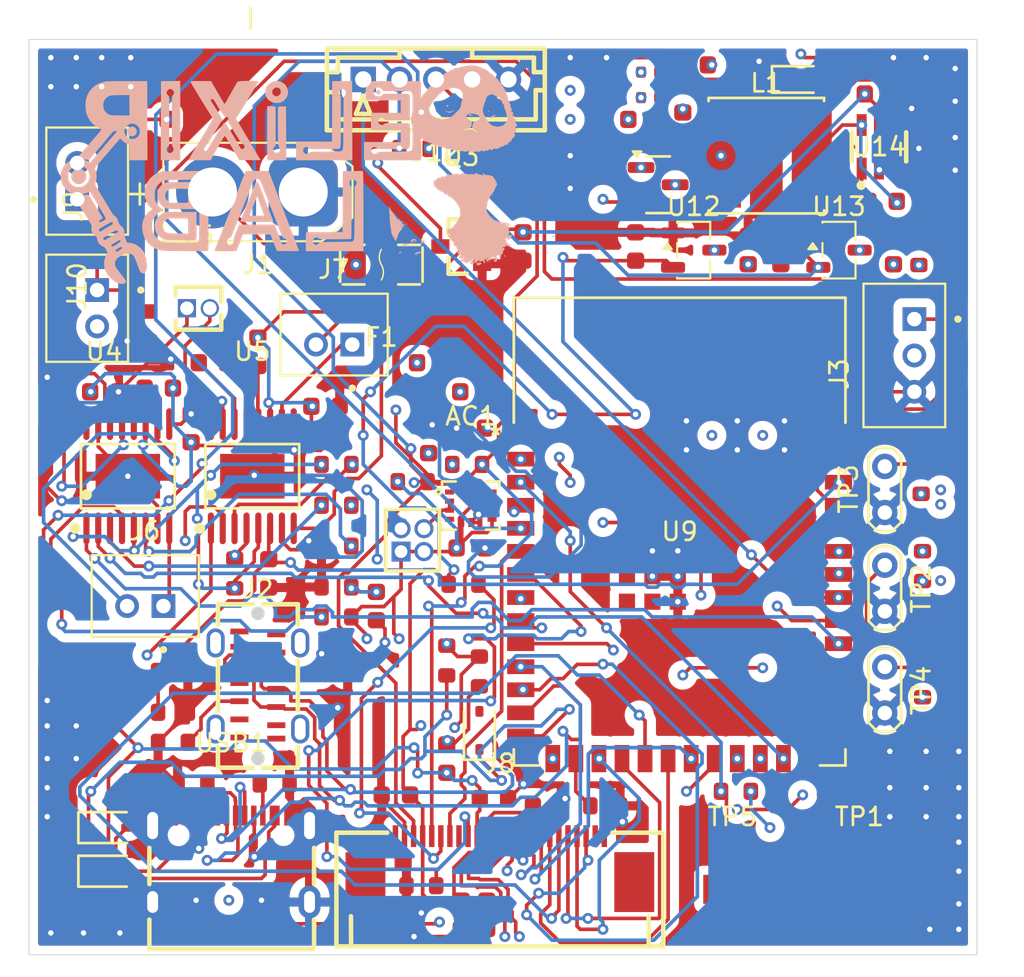
<source format=kicad_pcb>
(kicad_pcb (version 20241229) (generator "pcbnew") (generator_version "9.0")
  (layers (0 "F.Cu" signal) (4 "In1.Cu" signal) (6 "In2.Cu" signal) (2 "B.Cu" signal) (13 "F.Paste" user) (15 "B.Paste" user) (5 "F.SilkS" user "F.Silkscreen") (7 "B.SilkS" user "B.Silkscreen") (1 "F.Mask" user) (3 "B.Mask" user) (25 "Edge.Cuts" user))
  (net 0 "")
  (net 1 "Net-(U14-FB)")
  (net 2 "+3.3V")
  (net 3 "GND")
  (net 4 "Net-(U4-CPH)")
  (net 5 "Net-(U4-CPL)")
  (net 6 "+7.6V")
  (net 7 "Net-(U4-VCP)")
  (net 8 "/EN")
  (net 9 "+2V8")
  (net 10 "+1V2")
  (net 11 "Net-(U14-LX)")
  (net 12 "Net-(U14-BS)")
  (net 13 "/I_SENSE_A")
  (net 14 "/I_SENSE_B")
  (net 15 "Net-(U5-CPH)")
  (net 16 "Net-(U5-CPL)")
  (net 17 "Net-(U5-VCP)")
  (net 18 "Net-(D1-Pad2)")
  (net 19 "+5V")
  (net 20 "Net-(D2-Pad2)")
  (net 21 "Net-(J1-Pin_2)")
  (net 22 "/D-")
  (net 23 "/D+")
  (net 24 "Net-(J2-CC2)")
  (net 25 "Net-(J2-CC1)")
  (net 26 "Net-(Q4-S)")
  (net 27 "/RESET")
  (net 28 "/PWDN")
  (net 29 "Net-(R3-Pad2)")
  (net 30 "/LDR1")
  (net 31 "/LDR2")
  (net 32 "/SCL")
  (net 33 "/nFAULT_A")
  (net 34 "Net-(U4-nSLEEP)")
  (net 35 "Net-(U5-nSLEEP)")
  (net 36 "/S_PWM")
  (net 37 "Net-(U9-IO1)")
  (net 38 "/nFAULT_B")
  (net 39 "/SDA")
  (net 40 "Net-(R24-Pad2)")
  (net 41 "Net-(U9-IO45)")
  (net 42 "Net-(U9-IO46)")
  (net 48 "Net-(D3-Pad2)")
  (net 49 "Net-(D4-Pad2)")
  (net 50 "Net-(Q3-D)")
  (net 51 "/PMODE2")
  (net 52 "/PMODE1")
  (net 53 "/OUT1_A")
  (net 54 "/OUT2_A")
  (net 55 "/OUT2_B")
  (net 56 "/OUT1_B")
  (net 58 "/PCLK")
  (net 59 "/Y2")
  (net 60 "/XCLK")
  (net 62 "/Y8")
  (net 63 "/Y3")
  (net 65 "/Y9")
  (net 66 "/Y5")
  (net 67 "/Y6")
  (net 68 "/Y7")
  (net 69 "/HREF")
  (net 70 "/VSYNC")
  (net 71 "/Y4")
  (net 72 "/XSHUT")
  (net 73 "Net-(USB1-CC1)")
  (net 74 "Net-(USB1-CC2)")
  (net 76 "/IN1_A")
  (net 77 "/IN2_A")
  (net 78 "/IN2_B")
  (net 79 "/IN1_B")
  (net 81 "/BOOT")
  (footprint "PCM_JLCPCB:C_0603" (layer "F.Cu") (at 80.925 78.8 180)
    (property "Reference" "C13" (hide yes))
    (property "Value" "1uF")
  )
  (footprint "PCM_JLCPCB:R_0603" (layer "F.Cu") (at 73.325 92.2)
    (property "Reference" "R27" (hide yes))
    (property "Value" "5.1kΩ" (hide yes))
  )
  (footprint "easyeda2kicad:JST_B3B-PH-K-S" (layer "F.Cu") (at 104.8 74.8 90)
    (property "Reference" "J3")
    (property "Value" "Conn_01x03" (hide yes))
  )
  (footprint "PCM_JLCPCB:C_0603" (layer "F.Cu") (at 85.125 99.6)
    (property "Reference" "C16" (hide yes))
    (property "Value" "2.2uF" (hide yes))
  )
  (footprint "PCM_JLCPCB:C_0603" (layer "F.Cu") (at 72.925 77.6)
    (property "Reference" "C15" (hide yes))
    (property "Value" "10uF" (hide yes))
  )
  (footprint "PCM_JLCPCB:C_0603" (layer "F.Cu") (at 98 69 -90)
    (property "Reference" "C19" (hide yes))
    (property "Value" "1uF" (hide yes))
  )
  (footprint "PCM_JLCPCB:C_0603" (layer "F.Cu") (at 72.925 78.98)
    (property "Reference" "C14" (hide yes))
    (property "Value" "10uF")
  )
  (footprint "PCM_JLCPCB:R_0603" (layer "F.Cu") (at 88.325 99.6 180)
    (property "Reference" "R26" (hide yes))
    (property "Value" "10kΩ")
  )
  (footprint "VertUSBCPrint:TYPE-C-SMD_918-468K2029Y50001" (layer "F.Cu") (at 69.2 93)
    (property "Reference" "J2")
    (property "Value" "Connector, USB-TYPE-C-16P" (hide yes))
    (fp_poly (pts (xy 0.371792 -4.048947) (xy 0.346455 -4.143506) (xy 0.297508 -4.228286) (xy 0.228286 -4.297508) (xy 0.143506 -4.346455) (xy 0.048947 -4.371792) (xy -0.048947 -4.371792) (xy -0.143506 -4.346455) (xy -0.228286 -4.297508) (xy -0.297508 -4.228286) (xy -0.346455 -4.143506) (xy -0.371792 -4.048947) (xy -0.371792 -3.951053) (xy -0.346455 -3.856494) (xy -0.297508 -3.771714) (xy -0.228286 -3.702492) (xy -0.143506 -3.653545) (xy -0.048947 -3.628208) (xy 0.048947 -3.628208) (xy 0.143506 -3.653545) (xy 0.228286 -3.702492) (xy 0.297508 -3.771714) (xy 0.346455 -3.856494) (xy 0.371792 -3.951053)) (fill yes) (layer "Edge.Cuts"))
    (fp_poly (pts (xy 0.371792 3.951053) (xy 0.346455 3.856494) (xy 0.297508 3.771714) (xy 0.228286 3.702492) (xy 0.143506 3.653545) (xy 0.048947 3.628208) (xy -0.048947 3.628208) (xy -0.143506 3.653545) (xy -0.228286 3.702492) (xy -0.297508 3.771714) (xy -0.346455 3.856494) (xy -0.371792 3.951053) (xy -0.371792 4.048947) (xy -0.346455 4.143506) (xy -0.297508 4.228286) (xy -0.228286 4.297508) (xy -0.143506 4.346455) (xy -0.048947 4.371792) (xy 0.048947 4.371792) (xy 0.143506 4.346455) (xy 0.228286 4.297508) (xy 0.297508 4.228286) (xy 0.346455 4.143506) (xy 0.371792 4.048947)) (fill yes) (layer "Edge.Cuts"))
  )
  (footprint "PCM_JLCPCB:R_0603" (layer "F.Cu") (at 105.8 86.4 90)
    (property "Reference" "R11" (hide yes))
    (property "Value" "4.7kΩ")
  )
  (footprint "PCM_JLCPCB:R_0603" (layer "F.Cu") (at 70.125 98.4 180)
    (property "Reference" "R33" (hide yes))
    (property "Value" "5.1kΩ" (hide yes))
  )
  (footprint "PCM_JLCPCB:C_0603" (layer "F.Cu") (at 96.2 69 90)
    (property "Reference" "C20" (hide yes))
    (property "Value" "1uF" (hide yes))
  )
  (footprint "PCM_JLCPCB:C_0603" (layer "F.Cu") (at 66.725 75.2)
    (property "Reference" "C28" (hide yes))
    (property "Value" "22nF" (hide yes))
  )
  (footprint "lsm:USB-C-SMD_TYPE-C-6PIN-2MD-073" (layer "F.Cu") (at 67.725 102.5175)
    (property "Reference" "USB1")
    (property "Value" "TYPE-C 16PIN 2MD(073)" (hide yes))
  )
  (footprint "PCM_JLCPCB:C_0603" (layer "F.Cu") (at 104.2 69 90)
    (property "Reference" "C18" (hide yes))
    (property "Value" "1uF" (hide yes))
  )
  (footprint "PCM_JLCPCB:R_0603" (layer "F.Cu") (at 105.6 69 90)
    (property "Reference" "R22" (hide yes))
    (property "Value" "10kΩ")
  )
  (footprint "PCM_JLCPCB:R_0603" (layer "F.Cu") (at 105.725 81.6 90)
    (property "Reference" "R3" (hide yes))
    (property "Value" "4.7kΩ")
  )
  (footprint "Package_TO_SOT_SMD:SOT-23-3" (layer "F.Cu") (at 93.2 69)
    (property "Reference" "U12")
    (property "Value" "XC6206P282MR")
  )
  (footprint "PCM_JLCPCB:R_0603" (layer "F.Cu") (at 95.525 98.8 180)
    (property "Reference" "R12" (hide yes))
    (property "Value" "10kΩ")
  )
  (footprint "PCM_JLCPCB:R_0603" (layer "F.Cu") (at 105.8 92.8 90)
    (property "Reference" "R24" (hide yes))
    (property "Value" "4.7kΩ")
  )
  (footprint "PCM_JLCPCB:R_0603" (layer "F.Cu") (at 65 61.8)
    (property "Reference" "R10" (hide yes))
    (property "Value" "10kΩ")
  )
  (footprint "PCM_JLCPCB:R_0603" (layer "F.Cu") (at 81.4 92.2 -90)
    (property "Reference" "R31" (hide yes))
    (property "Value" "33kΩ")
  )
  (footprint "PCM_JLCPCB:C_0603" (layer "F.Cu") (at 79.6 97 90)
    (property "Reference" "C26" (hide yes))
    (property "Value" "2.2uF")
  )
  (footprint "PCM_JLCPCB:R_0603" (layer "F.Cu") (at 73.525 89.2 180)
    (property "Reference" "R13" (hide yes))
    (property "Value" "10kΩ" (hide yes))
  )
  (footprint "PCM_JLCPCB:D_SOD-323" (layer "F.Cu") (at 60.925 100.8)
    (property "Reference" "D4" (hide yes))
    (property "Value" "1N5819WS" (hide yes))
  )
  (footprint "PCM_JLCPCB:C_0603" (layer "F.Cu") (at 81.8 105.6 -90)
    (property "Reference" "C25" (hide yes))
    (property "Value" "2.2uF" (hide yes))
  )
  (footprint "PCM_JLCPCB:R_0603" (layer "F.Cu") (at 80.725 80.8)
    (property "Reference" "R8" (hide yes))
    (property "Value" "10K")
  )
  (footprint "Connector_AMASS:AMASS_XT30U-F_1x02_P5.0mm_Vertical" (layer "F.Cu") (at 71.7 65.8 180)
    (property "Reference" "J1")
    (property "Value" "Connector")
  )
  (footprint "PCM_JLCPCB:C_0603" (layer "F.Cu") (at 69.2 74.6 90)
    (property "Reference" "C29" (hide yes))
    (property "Value" "100nF" (hide yes))
  )
  (footprint "PCM_JLCPCB:C_0603" (layer "F.Cu") (at 81.125 76.8)
    (property "Reference" "C11" (hide yes))
    (property "Value" "100nF" (hide yes))
  )
  (footprint "PCM_JLCPCB:C_0603" (layer "F.Cu") (at 75.725 88.6 90)
    (property "Reference" "C22" (hide yes))
    (property "Value" "10nF")
  )
  (footprint "PCM_JLCPCB:C_0603" (layer "F.Cu") (at 93.2 58.8 180)
    (property "Reference" "C5" (hide yes))
    (property "Value" "22uF")
  )
  (footprint "PCM_JLCPCB:R_0603" (layer "F.Cu") (at 73.525 83.05 180)
    (property "Reference" "R16" (hide yes))
    (property "Value" "4.7kΩ" (hide yes))
  )
  (footprint "PCM_JLCPCB:C_0603" (layer "F.Cu") (at 78.745 75.2)
    (property "Reference" "C10" (hide yes))
    (property "Value" "22uF" (hide yes))
  )
  (footprint "PCM_JLCPCB:C_0603" (layer "F.Cu") (at 76.8 99 180)
    (property "Reference" "C24" (hide yes))
    (property "Value" "2.2uF" (hide yes))
  )
  (footprint "PCM_JLCPCB:C_0603" (layer "F.Cu") (at 90 68.8 90)
    (property "Reference" "C17" (hide yes))
    (property "Value" "1uF")
  )
  (footprint "PCM_JLCPCB:R_0603" (layer "F.Cu") (at 67.925 86.8 90)
    (property "Reference" "R21" (hide yes))
    (property "Value" "10kΩ" (hide yes))
  )
  (footprint "PCM_JLCPCB:R_0603" (layer "F.Cu") (at 79.6 91.6 90)
    (property "Reference" "R32" (hide yes))
    (property "Value" "18kΩ")
  )
  (footprint "PCM_JLCPCB:C_0603" (layer "F.Cu") (at 103.4 60.4 180)
    (property "Reference" "C8" (hide yes))
    (property "Value" "10uF" (hide yes))
  )
  (footprint "PCM_JLCPCB:C_0603" (layer "F.Cu") (at 103.6 66.3125)
    (property "Reference" "C21" (hide yes))
    (property "Value" "100nF" (hide yes))
  )
  (footprint "PCM_JLCPCB:R_0603" (layer "F.Cu") (at 73.525 85.3 180)
    (property "Reference" "R15" (hide yes))
    (property "Value" "4.7kΩ" (hide yes))
  )
  (footprint "PCM_JLCPCB:R_0603" (layer "F.Cu") (at 77.725 81.75)
    (property "Reference" "R7" (hide yes))
    (property "Value" "10K")
  )
  (footprint "PCM_JLCPCB:R_0603" (layer "F.Cu") (at 73.525 80.8 180)
    (property "Reference" "R17" (hide yes))
    (property "Value" "4.7kΩ" (hide yes))
  )
  (footprint "PCM_JLCPCB:C_0603" (layer "F.Cu") (at 80.4 105.6 -90)
    (property "Reference" "C23" (hide yes))
    (property "Value" "2.2uF" (hide yes))
  )
  (footprint "PCM_JLCPCB:R_0603" (layer "F.Cu") (at 63.2 73.2 90)
    (property "Reference" "R9" (hide yes))
    (property "Value" "10kΩ")
  )
  (footprint "easyeda2kicad:SOT-23_L2.9-W1.3-P1.90-LS2.4-BR" (layer "F.Cu") (at 80.4 68.8)
    (property "Reference" "Q3")
    (property "Value" "AO3401A" (hide yes))
  )
  (footprint "PCM_JLCPCB:R_0603" (layer "F.Cu") (at 101.2 98.8 180)
    (property "Reference" "R25" (hide yes))
    (property "Value" "10kΩ")
  )
  (footprint "lsm:LGA-14L_L3.0-W2.5-P0.50-TL" (layer "F.Cu") (at 80.925 83.07)
    (property "Reference" "AC1")
    (property "Value" "LSM6DSOXTR" (hide yes))
  )
  (footprint "PCM_JLCPCB:C_0603" (layer "F.Cu") (at 65.525 78.8 90)
    (property "Reference" "C30" (hide yes))
    (property "Value" "100nF" (hide yes))
  )
  (footprint "easyeda2kicad:HDR-TH_2P-P1.27-V-M" (layer "F.Cu") (at 65.925 72.2)
    (property "Reference" "J5")
    (property "Value" "Conn_01x02_Pin" (hide yes))
  )
  (footprint "PCM_JLCPCB:C_0603" (layer "F.Cu") (at 80.925 85.4)
    (property "Reference" "C34" (hide yes))
    (property "Value" "100nF")
  )
  (footprint "easyeda2kicad:HTSSOP-16_L5.0-W4.4-P0.65-LS6.4-BL-EP" (layer "F.Cu") (at 62.04 81.45)
    (property "Reference" "U4")
    (property "Value" "DRV8874PWPR" (hide yes))
  )
  (footprint "easyeda2kicad:JST_B2B-PH-K-S" (layer "F.Cu") (at 73.4 73.65)
    (property "Reference" "J7")
    (property "Value" "Screw_Terminal_01x02" (hide yes))
  )
  (footprint "PCM_JLCPCB:R_0603" (layer "F.Cu") (at 73.525 87.55 180)
    (property "Reference" "R14" (hide yes))
    (property "Value" "4.7kΩ" (hide yes))
  )
  (footprint "PCM_JLCPCB:C_0603" (layer "F.Cu") (at 82.2 99.2)
    (property "Reference" "C31" (hide yes))
    (property "Value" "2.2uF")
  )
  (footprint "PCM_JLCPCB:R_0402" (layer "F.Cu") (at 105.6 64.9125 90)
    (property "Reference" "R6" (hide yes))
    (property "Value" "22kΩ" (hide yes))
  )
  (footprint "PCM_JLCPCB:C_0402" (layer "F.Cu") (at 90.8 60.6)
    (property "Reference" "C4" (hide yes))
    (property "Value" "220pF")
  )
  (footprint "lsm:CONN-SMD_L3.2-1.6" (layer "F.Cu") (at 95.325 104.2)
    (property "Reference" "TP5")
    (property "Value" "TP_EN")
  )
  (footprint "PCM_JLCPCB:R_0603" (layer "F.Cu") (at 77.8 63.4 180)
    (property "Reference" "R23" (hide yes))
    (property "Value" "4.7kΩ")
  )
  (footprint "PCM_JLCPCB:C_0603" (layer "F.Cu") (at 92.6 62.2 -90)
    (property "Reference" "C6" (hide yes))
    (property "Value" "22uF" (hide yes))
  )
  (footprint "easyeda2kicad:CONN-TH_B5B-PH-K-S-LF-SN" (layer "F.Cu") (at 79 59.6 180)
    (property "Reference" "J12")
    (property "Value" "B5B-PH-K-S-(LF)(SN)" (hide yes))
  )
  (footprint "PCM_JLCPCB:R_0603" (layer "F.Cu") (at 64.525 94.45)
    (property "Reference" "R20" (hide yes))
    (property "Value" "4.7kΩ" (hide yes))
  )
  (footprint "easyeda2kicad:JST_B2B-PH-K-S" (layer "F.Cu") (at 59.8 72.2 90)
    (property "Reference" "J9")
    (property "Value" "Screw_Terminal_01x02" (hide yes))
  )
  (footprint "PCM_JLCPCB:R_0402" (layer "F.Cu") (at 107.8 73.2 90)
    (property "Reference" "R18" (hide yes))
    (property "Value" "200Ω" (hide yes))
  )
  (footprint "PCM_JLCPCB:C_0603" (layer "F.Cu") (at 60.745 76.8)
    (property "Reference" "C12" (hide yes))
    (property "Value" "100nF" (hide yes))
  )
  (footprint "PCM_JLCPCB:D_0603" (layer "F.Cu") (at 99 59.6)
    (property "Reference" "D2" (hide yes))
    (property "Value" "Red")
  )
  (footprint "easyeda2kicad:IND-SMD_L6.0-W6.0" (layer "F.Cu") (at 97.2 63.8)
    (property "Reference" "L1")
    (property "Value" "6.8uH")
  )
  (footprint "PCM_JLCPCB:R_0603" (layer "F.Cu") (at 64.525 96.1 180)
    (property "Reference" "R28" (hide yes))
    (property "Value" "5.1kΩ" (hide yes))
  )
  (footprint "easyeda2kicad:JST_B2B-PH-K-S" (layer "F.Cu") (at 63 88.05)
    (property "Reference" "J6")
    (property "Value" "Screw_Terminal_01x02" (hide yes))
  )
  (footprint "PCM_JLCPCB:C_0603" (layer "F.Cu") (at 83.8 68.8 90)
    (property "Reference" "C32" (hide yes))
    (property "Value" "10uF" (hide yes))
  )
  (footprint "PCM_JLCPCB:D_SOD-323" (layer "F.Cu") (at 81.4 95.45 90)
    (property "Reference" "D1" (hide yes))
    (property "Value" "1N5819WS" (hide yes))
  )
  (footprint "PCM_JLCPCB:Q_SOT-23" (layer "F.Cu") (at 91.24 65.4)
    (property "Reference" "Q4" (hide yes))
    (property "Value" "AO3400A" (hide yes))
  )
  (footprint "PCM_JLCPCB:R_0603" (layer "F.Cu") (at 80.525 87.4)
    (property "Reference" "R1" (hide yes))
    (property "Value" "10kΩ")
  )
  (footprint "easyeda2kicad:ESP32-S3-WROOM-1_EXP" (layer "F.Cu") (at 92.425 84.5)
    (property "Reference" "U9")
    (property "Value" "ESP32-S3-WROOM-1-N16R8" (hide yes))
  )
  (footprint "PCM_JLCPCB:C_0603" (layer "F.Cu") (at 63.745 76.6)
    (property "Reference" "C9" (hide yes))
    (property "Value" "100nF" (hide yes))
  )
  (footprint "PCM_JLCPCB:C_0603" (layer "F.Cu") (at 69.8 86.8 90)
    (property "Reference" "C27" (hide yes))
    (property "Value" "10nF")
  )
  (footprint "easyeda2kicad:FPC-SMD_AFC07-S24ECA-00" (layer "F.Cu") (at 82.525 102.54)
    (property "Reference" "J8")
    (property "Value" "Conn_01x24_Socket" (hide yes))
  )
  (footprint "PCM_JLCPCB:R_0603" (layer "F.Cu") (at 78.2 104 180)
    (property "Reference" "R2" (hide yes))
    (property "Value" "10kΩ")
  )
  (footprint "easyeda2kicad:F1206" (layer "F.Cu") (at 76 69.8 180)
    (property "Reference" "F1")
    (property "Value" "BHFUSE BSMD1206C-1700T" (hide yes))
  )
  (footprint "easyeda2kicad:JST_B2B-PH-K-S" (layer "F.Cu") (at 59.8 65.2 -90)
    (property "Reference" "J10")
    (property "Value" "Screw_Terminal_01x02" (hide yes))
  )
  (footprint "easyeda2kicad:HDR-TH_4P-P1.27-V-M-R2-C2-S1.27_MH127V-12-04-0820" (layer "F.Cu") (at 77.715 84.97)
    (property "Reference" "U1" (hide yes))
    (property "Value" "PZ127-2-02-Z" (hide yes))
  )
  (footprint "PCM_JLCPCB:R_0603" (layer "F.Cu") (at 65.6 98.4 180)
    (property "Reference" "R30" (hide yes))
    (property "Value" "5.1kΩ" (hide yes))
  )
  (footprint "TestPoint:TestPoint_2Pads_Pitch2.54mm_Drill0.8mm" (layer "F.Cu") (at 103.725 91.95 -90)
    (property "Reference" "TP4")
    (property "Value" "TestPoint_2Pole" (hide yes))
  )
  (footprint "PCM_JLCPCB:C_0603" (layer "F.Cu") (at 78.6 79.4 90)
    (property "Reference" "C35" (hide yes))
    (property "Value" "100nF" (hide yes))
  )
  (footprint "Package_TO_SOT_SMD:SOT-23-3" (layer "F.Cu") (at 101.2 69)
    (property "Reference" "U13")
    (property "Value" "XC6206P122MR" (hide yes))
  )
  (footprint "lsm:CONN-SMD_L3.2-1.6" (layer "F.Cu") (at 102.325 104.2)
    (property "Reference" "TP1")
    (property "Value" "TP_GND")
  )
  (footprint "PCM_JLCPCB:C_0603" (layer "F.Cu") (at 58.525 78.6 -90)
    (property "Reference" "C7" (hide yes))
    (property "Value" "22nF" (hide yes))
  )
  (footprint "PCM_JLCPCB:R_0402" (layer "F.Cu") (at 101.6 58.4)
    (property "Reference" "R4" (hide yes))
    (property "Value" "200Ω" (hide yes))
  )
  (footprint "easyeda2kicad:HTSSOP-16_L5.0-W4.4-P0.65-LS6.4-BL-EP" (layer "F.Cu") (at 68.895 81.45)
    (property "Reference" "U5")
    (property "Value" "DRV8874PWPR" (hide yes))
  )
  (footprint "easyeda2kicad:TSOT-23-6_L2.9-W1.6-P0.95-LS2.8-BL" (layer "F.Cu") (at 103.4 63.3125)
    (property "Reference" "U14")
    (property "Value" "SY8113IADC" (hide yes))
  )
  (footprint "PCM_JLCPCB:C_0603" (layer "F.Cu") (at 90.38 61.8)
    (property "Reference" "C33" (hide yes))
    (property "Value" "22uF")
  )
  (footprint "PCM_JLCPCB:R_0603" (layer "F.Cu") (at 64.525 92.2)
    (property "Reference" "R19" (hide yes))
    (property "Value" "4.7kΩ" (hide yes))
  )
  (footprint "PCM_JLCPCB:R_0402" (layer "F.Cu") (at 90.8 59.2)
    (property "Reference" "R5" (hide yes))
    (property "Value" "100kΩ" (hide yes))
  )
  (footprint "TestPoint:TestPoint_2Pads_Pitch2.54mm_Drill0.8mm" (layer "F.Cu") (at 103.725 83.45 90)
    (property "Reference" "TP3")
    (property "Value" "TestPoint_2Pole" (hide yes))
  )
  (footprint "PCM_JLCPCB:D_SOD-323" (layer "F.Cu") (at 60.925 103.2)
    (property "Reference" "D3" (hide yes))
    (property "Value" "1N5819WS" (hide yes))
  )
  (footprint "TestPoint:TestPoint_2Pads_Pitch2.54mm_Drill0.8mm" (layer "F.Cu") (at 103.725 86.35 -90)
    (property "Reference" "TP2")
    (property "Value" "TestPoint_2Pole" (hide yes))
  )
  (footprint "LOGO" (layer "B.Cu") (at 81.287135 64.526883 180)
    (property "Reference" "G***" (hide yes))
    (property "Value" "LOGO" (hide yes))
  )
  (footprint "LOGO" (layer "B.Cu") (at 68.2 65.2 180)
    (property "Reference" "G***" (hide yes))
    (property "Value" "LOGO" (hide yes))
  )
  (gr_rect (start 56.6 57.4) (end 108.8 107.8) (stroke (width 0.05)) (fill no) (layer "Edge.Cuts"))
  (segment (start 91.3 60.6) (end 91.3 59.85489) (width 0.2) (layer "F.Cu") (net 1))
  (segment (start 105.6 65.4125) (end 105.25 65.4125) (width 0.2) (layer "F.Cu") (net 1))
  (segment (start 105.25 65.4125) (end 104.35 64.5125) (width 0.2) (layer "F.Cu") (net 1))
  (segment (start 95.8 59.6) (end 96.839 60.639) (width 0.2) (layer "F.Cu") (net 1))
  (segment (start 96.839 60.639) (end 101.15589 60.639) (width 0.2) (layer "F.Cu") (net 1))
  (segment (start 104.62911 59.624) (end 106.211 61.20589) (width 0.2) (layer "F.Cu") (net 1))
  (segment (start 106.211 64.8015) (end 105.6 65.4125) (width 0.2) (layer "F.Cu") (net 1))
  (segment (start 91.7 59.6) (end 93.6 59.6) (width 0.2) (layer "F.Cu") (net 1))
  (segment (start 93.576 59.576) (end 93.6 59.6) (width 0.2) (layer "F.Cu") (net 1))
  (segment (start 93.6 59.6) (end 95.8 59.6) (width 0.2) (layer "F.Cu") (net 1))
  (segment (start 93.53089 59.576) (end 93.576 59.576) (width 0.2) (layer "F.Cu") (net 1))
  (segment (start 106.211 61.20589) (end 106.211 64.8015) (width 0.2) (layer "F.Cu") (net 1))
  (segment (start 91.3 59.2) (end 91.7 59.6) (width 0.2) (layer "F.Cu") (net 1))
  (segment (start 101.15589 60.639) (end 102.17089 59.624) (width 0.2) (layer "F.Cu") (net 1))
  (segment (start 91.3 59.2) (end 91.3 60.6) (width 0.2) (layer "F.Cu") (net 1))
  (segment (start 102.17089 59.624) (end 104.62911 59.624) (width 0.2) (layer "F.Cu") (net 1))
  (segment (start 69 85.59489) (end 69.225 85.36989) (width 0.2) (layer "F.Cu") (net 2))
  (segment (start 80.145 85.4) (end 80.994 84.551) (width 0.2) (layer "F.Cu") (net 2))
  (segment (start 77.085 85.6) (end 78.345 85.6) (width 0.2) (layer "F.Cu") (net 2))
  (segment (start 62.37 85.520057) (end 62.37 84.32) (width 0.2) (layer "F.Cu") (net 2))
  (segment (start 80.994 84.551) (end 81.8 84.551) (width 0.2) (layer "F.Cu") (net 2))
  (segment (start 75.203463 90.399) (end 75.203463 90.203463) (width 0.2) (layer "F.Cu") (net 2))
  (segment (start 80.306 85.239) (end 80.145 85.4) (width 0.2) (layer "F.Cu") (net 2))
  (segment (start 80.425 84) (end 80.425 85.12) (width 0.2) (layer "F.Cu") (net 2))
  (segment (start 80.2 91.38) (end 81.4 91.38) (width 0.2) (layer "F.Cu") (net 2))
  (segment (start 62.4 85.550057) (end 62.37 85.520057) (width 0.2) (layer "F.Cu") (net 2))
  (segment (start 69.225 85.36989) (end 69.225 84.32) (width 0.2) (layer "F.Cu") (net 2))
  (segment (start 81.8 84.551) (end 82.095 84.256) (width 0.2) (layer "F.Cu") (net 2))
  (segment (start 74.345 89.2) (end 74.916 88.629) (width 0.2) (layer "F.Cu") (net 2))
  (segment (start 81.4 91.38) (end 80.4 92.38) (width 0.2) (layer "F.Cu") (net 2))
  (segment (start 69 86.145) (end 69 85.59489) (width 0.2) (layer "F.Cu") (net 2))
  (segment (start 76.685055 88.085055) (end 77.085 87.68511) (width 0.2) (layer "F.Cu") (net 2))
  (segment (start 75.203463 90.203463) (end 74.345 89.345) (width 0.2) (layer "F.Cu") (net 2))
  (segment (start 65.922313 87.401) (end 65.922313 83.842048) (width 0.2) (layer "F.Cu") (net 2))
  (segment (start 81.425 82.632) (end 80.306 83.751) (width 0.2) (layer "F.Cu") (net 2))
  (segment (start 77.085 87.68511) (end 77.085 85.6) (width 0.2) (layer "F.Cu") (net 2))
  (segment (start 74.916 88.629) (end 76.14111 88.629) (width 0.2) (layer "F.Cu") (net 2))
  (segment (start 80.4 92.38) (end 80.4 94.929225) (width 0.2) (layer "F.Cu") (net 2))
  (segment (start 80.4 94.929225) (end 80.036359 95.292866) (width 0.2) (layer "F.Cu") (net 2))
  (segment (start 67.925 87.62) (end 67.925 87.22) (width 0.2) (layer "F.Cu") (net 2))
  (segment (start 81.425 82.14) (end 81.425 82.632) (width 0.2) (layer "F.Cu") (net 2))
  (segment (start 78.345 85.6) (end 79.945 85.6) (width 0.2) (layer "F.Cu") (net 2))
  (segment (start 79.6 90.78) (end 79.6 90.661785) (width 0.2) (layer "F.Cu") (net 2))
  (segment (start 79.6 90.78) (end 80.2 91.38) (width 0.2) (layer "F.Cu") (net 2))
  (segment (start 79.945 85.6) (end 80.145 85.4) (width 0.2) (layer "F.Cu") (net 2))
  (segment (start 76.14111 88.629) (end 76.685055 88.085055) (width 0.2) (layer "F.Cu") (net 2))
  (segment (start 93.98 58.8) (end 94.2 58.8) (width 0.2) (layer "F.Cu") (net 2))
  (segment (start 76.685055 88.085055) (end 76.685055 90.105055) (width 0.2) (layer "F.Cu") (net 2))
  (segment (start 67.925 87.22) (end 69 86.145) (width 0.2) (layer "F.Cu") (net 2))
  (segment (start 82.095 84.256) (end 82.095 83.82) (width 0.2) (layer "F.Cu") (net 2))
  (segment (start 74.345 89.540537) (end 74.345 89.2) (width 0.2) (layer "F.Cu") (net 2))
  (segment (start 80.425 85.12) (end 80.145 85.4) (width 0.2) (layer "F.Cu") (net 2))
  (segment (start 74.345 89.345) (end 74.345 89.2) (width 0.2) (layer "F.Cu") (net 2))
  (segment (start 76.685055 90.105055) (end 76.98 90.4) (width 0.2) (layer "F.Cu") (net 2))
  (segment (start 65.922313 83.842048) (end 65.864397 83.784132) (width 0.2) (layer "F.Cu") (net 2))
  (segment (start 80.306 83.751) (end 80.306 85.239) (width 0.2) (layer "F.Cu") (net 2))
  (via (at 59.024265 84.775735) (size 0.6) (drill 0.3) (layers "F.Cu" "B.Cu") (net 2))
  (via (at 105.6 69.82) (size 0.6) (drill 0.3) (layers "F.Cu" "B.Cu") (net 2))
  (via (at 105.725 82.42) (size 0.6) (drill 0.3) (layers "F.Cu" "B.Cu") (net 2))
  (via (at 105.55 74.8) (size 0.6) (drill 0.3) (layers "F.Cu" "B.Cu") (net 2))
  (via (at 105.8 87.22) (size 0.6) (drill 0.3) (layers "F.Cu" "B.Cu") (net 2))
  (via (at 78.6 80.18) (size 0.6) (drill 0.3) (layers "F.Cu" "B.Cu") (net 2))
  (via (at 97.4 100.8) (size 0.6) (drill 0.3) (layers "F.Cu" "B.Cu") (net 2))
  (via (at 94.7 63.8) (size 0.6) (drill 0.3) (layers "F.Cu" "B.Cu") (net 2))
  (via (at 90.3 64.45) (size 0.6) (drill 0.3) (layers "F.Cu" "B.Cu") (net 2))
  (via (at 80.145 85.4) (size 0.6) (drill 0.3) (layers "F.Cu" "B.Cu") (net 2))
  (via (at 77.085 85.6) (size 0.6) (drill 0.3) (layers "F.Cu" "B.Cu") (net 2))
  (via (at 105.8 93.62) (size 0.6) (drill 0.3) (layers "F.Cu" "B.Cu") (net 2))
  (via (at 79.905 80.8) (size 0.6) (drill 0.3) (layers "F.Cu" "B.Cu") (net 2))
  (via (at 92.6 61.22) (size 0.6) (drill 0.3) (layers "F.Cu" "B.Cu") (net 2))
  (via (at 90.3 59.2) (size 0.6) (drill 0.3) (layers "F.Cu" "B.Cu") (net 2))
  (via (at 80.036359 95.292866) (size 0.6) (drill 0.3) (layers "F.Cu" "B.Cu") (net 2))
  (via (at 75.203463 90.399) (size 0.6) (drill 0.3) (layers "F.Cu" "B.Cu") (net 2))
  (via (at 86.4 60.2) (size 0.6) (drill 0.3) (layers "F.Cu" "B.Cu") (net 2))
  (via (at 80.345 76.8) (size 0.6) (drill 0.3) (layers "F.Cu" "B.Cu") (net 2))
  (via (at 66.6 81.4) (size 0.6) (drill 0.3) (layers "F.Cu" "B.Cu") (net 2))
  (via (at 106.8 87.2) (size 0.6) (drill 0.3) (layers "F.Cu" "B.Cu") (net 2))
  (via (at 92.18 65.4) (size 0.6) (drill 0.3) (layers "F.Cu" "B.Cu") (net 2))
  (via (at 65.864397 83.784132) (size 0.6) (drill 0.3) (layers "F.Cu" "B.Cu") (net 2))
  (via (at 62.4 85.550057) (size 0.6) (drill 0.3) (layers "F.Cu" "B.Cu") (net 2))
  (via (at 106.8 82.2) (size 0.6) (drill 0.3) (layers "F.Cu" "B.Cu") (net 2))
  (via (at 80.145 85.4) (size 0.6) (drill 0.3) (layers "F.Cu" "B.Cu") (net 2))
  (via (at 81 59.6) (size 0.6) (drill 0.3) (layers "F.Cu" "B.Cu") (net 2))
  (via (at 104.2 69.78) (size 0.6) (drill 0.3) (layers "F.Cu" "B.Cu") (net 2))
  (via (at 90.3 60.6) (size 0.6) (drill 0.3) (layers "F.Cu" "B.Cu") (net 2))
  (via (at 106.8 83) (size 0.6) (drill 0.3) (layers "F.Cu" "B.Cu") (net 2))
  (via (at 96.2 69.78) (size 0.6) (drill 0.3) (layers "F.Cu" "B.Cu") (net 2))
  (via (at 94.2 79.2) (size 0.6) (drill 0.3) (layers "F.Cu" "B.Cu") (net 2))
  (via (at 79.6 90.661785) (size 0.6) (drill 0.3) (layers "F.Cu" "B.Cu") (net 2))
  (via (at 80.145 85.4) (size 0.6) (drill 0.3) (layers "F.Cu" "B.Cu") (net 2))
  (via (at 77.965 75.2) (size 0.6) (drill 0.3) (layers "F.Cu" "B.Cu") (net 2))
  (via (at 76.98 90.4) (size 0.6) (drill 0.3) (layers "F.Cu" "B.Cu") (net 2))
  (via (at 67.925 87.62) (size 0.6) (drill 0.3) (layers "F.Cu" "B.Cu") (net 2))
  (via (at 94.2 58.8) (size 0.6) (drill 0.3) (layers "F.Cu" "B.Cu") (net 2))
  (via (at 96.345 98.8) (size 0.6) (drill 0.3) (layers "F.Cu" "B.Cu") (net 2))
  (via (at 89.6 61.8) (size 0.6) (drill 0.3) (layers "F.Cu" "B.Cu") (net 2))
  (via (at 102.3375 69) (size 0.6) (drill 0.3) (layers "F.Cu" "B.Cu") (net 2))
  (via (at 78.62 63.4) (size 0.6) (drill 0.3) (layers "F.Cu" "B.Cu") (net 2))
  (via (at 76.905 81.75) (size 0.6) (drill 0.3) (layers "F.Cu" "B.Cu") (net 2))
  (via (at 94.3375 69) (size 0.6) (drill 0.3) (layers "F.Cu" "B.Cu") (net 2))
  (via (at 59.25 66.2) (size 0.6) (drill 0.3) (layers "F.Cu" "B.Cu") (net 2))
  (via (at 74.345 83.05) (size 0.6) (drill 0.3) (layers "F.Cu" "B.Cu") (net 2))
  (via (at 72.705 80.8) (size 0.6) (drill 0.3) (layers "F.Cu" "B.Cu") (net 2))
  (via (at 86.4 61.8) (size 0.6) (drill 0.3) (layers "F.Cu" "B.Cu") (net 2))
  (via (at 85.44 97) (size 0.6) (drill 0.3) (layers "F.Cu" "B.Cu") (net 2))
  (via (at 60.35 73.2) (size 0.6) (drill 0.3) (layers "F.Cu" "B.Cu") (net 2))
  (via (at 65.922313 87.401) (size 0.6) (drill 0.3) (layers "F.Cu" "B.Cu") (net 2))
  (via (at 83.675 80.51) (size 0.6) (drill 0.3) (layers "F.Cu" "B.Cu") (net 2))
  (via (at 97 79.2) (size 0.6) (drill 0.3) (layers "F.Cu" "B.Cu") (net 2))
  (via (at 67.6 104.8) (size 0.6) (drill 0.3) (layers "F.Cu" "B.Cu") (net 2))
  (segment (start 67.2 80.8) (end 66.6 81.4) (width 0.2) (layer "B.Cu") (net 2))
  (segment (start 80.145 85.4) (end 80.145 84.3779) (width 0.2) (layer "B.Cu") (net 2))
  (segment (start 77.556057 82.405101) (end 76.905 81.754044) (width 0.2) (layer "B.Cu") (net 2))
  (segment (start 61.550057 85.550057) (end 60.775735 84.775735) (width 0.2) (layer "B.Cu") (net 2))
  (segment (start 62.4 85.550057) (end 61.550057 85.550057) (width 0.2) (layer "B.Cu") (net 2))
  (segment (start 65.864397 82.135603) (end 66.6 81.4) (width 0.2) (layer "B.Cu") (net 2))
  (segment (start 78.172201 82.405101) (end 77.556057 82.405101) (width 0.2) (layer "B.Cu") (net 2))
  (segment (start 72.705 80.8) (end 67.2 80.8) (width 0.2) (layer "B.Cu") (net 2))
  (segment (start 76.905 81.754044) (end 76.905 81.75) (width 0.2) (layer "B.Cu") (net 2))
  (segment (start 96.345 99.745) (end 97.4 100.8) (width 0.2) (layer "B.Cu") (net 2))
  (segment (start 60.775735 84.775735) (end 59.024265 84.775735) (width 0.2) (layer "B.Cu") (net 2))
  (segment (start 62.4 85.550057) (end 66.550057 81.4) (width 0.2) (layer "B.Cu") (net 2))
  (segment (start 96.345 98.8) (end 96.345 99.745) (width 0.2) (layer "B.Cu") (net 2))
  (segment (start 67.925 87.62) (end 66.141313 87.62) (width 0.2) (layer "B.Cu") (net 2))
  (segment (start 65.864397 83.784132) (end 65.864397 82.135603) (width 0.2) (layer "B.Cu") (net 2))
  (segment (start 66.141313 87.62) (end 65.922313 87.401) (width 0.2) (layer "B.Cu") (net 2))
  (segment (start 66.550057 81.4) (end 66.6 81.4) (width 0.2) (layer "B.Cu") (net 2))
  (segment (start 80.145 84.3779) (end 78.172201 82.405101) (width 0.2) (layer "B.Cu") (net 2))
  (segment (start 74.145 93.655) (end 73.6 94.2) (width 0.2) (layer "F.Cu") (net 3))
  (segment (start 80.925 83.980527) (end 81.353534 83.551993) (width 0.2) (layer "F.Cu") (net 3))
  (segment (start 63.67 83.08) (end 62.04 81.45) (width 0.2) (layer "F.Cu") (net 3))
  (segment (start 70.925 100.1375) (end 71.495 100.1375) (width 0.2) (layer "F.Cu") (net 3))
  (segment (start 79.755 83.32) (end 79.755 82.82) (width 0.2) (layer "F.Cu") (net 3))
  (segment (start 70.321 80.024) (end 68.895 81.45) (width 0.2) (layer "F.Cu") (net 3))
  (segment (start 72.509 85.496) (end 72.705 85.3) (width 0.2) (layer "F.Cu") (net 3))
  (segment (start 104.18 60.4) (end 104.4 60.4) (width 0.2) (layer "F.Cu") (net 3))
  (segment (start 81.4 93.02) (end 80.801 93.619) (width 0.2) (layer "F.Cu") (net 3))
  (segment (start 77.275 101.27) (end 77.275 103.895) (width 0.2) (layer "F.Cu") (net 3))
  (segment (start 73.705 78.98) (end 72.661 80.024) (width 0.2) (layer "F.Cu") (net 3))
  (segment (start 80.925 84) (end 80.925 83.980527) (width 0.2) (layer "F.Cu") (net 3))
  (segment (start 64.965 78.58) (end 65.525 78.02) (width 0.2) (layer "F.Cu") (net 3))
  (segment (start 71.175 79.975) (end 71.2 80) (width 0.2) (layer "F.Cu") (net 3))
  (segment (start 63.705 96.1) (end 63.705 97.325) (width 0.2) (layer "F.Cu") (net 3))
  (segment (start 80.4 106.38) (end 79.98 106.8) (width 0.2) (layer "F.Cu") (net 3))
  (segment (start 63.67 84.32) (end 63.67 83.08) (width 0.2) (layer "F.Cu") (net 3))
  (segment (start 71.175 78.58) (end 71.175 79.975) (width 0.2) (layer "F.Cu") (net 3))
  (segment (start 57.348 76.252) (end 57.6 76) (width 0.2) (layer "F.Cu") (net 3))
  (segment (start 69 100.1625) (end 69 102.4) (width 0.2) (layer "F.Cu") (net 3))
  (segment (start 74.145 92.2) (end 74.145 93.655) (width 0.2) (layer "F.Cu") (net 3))
  (segment (start 97.8 59.6) (end 96.8 58.6) (width 0.2) (layer "F.Cu") (net 3))
  (segment (start 65.975 101.917394) (end 65.946197 101.946197) (width 0.2) (layer "F.Cu") (net 3))
  (segment (start 79.6 96.035) (end 79.635 96) (width 0.2) (layer "F.Cu") (net 3))
  (segment (start 72.675 87.58) (end 72.705 87.55) (width 0.2) (layer "F.Cu") (net 3))
  (segment (start 76.02 99.23221) (end 76.02 99) (width 0.2) (layer "F.Cu") (net 3))
  (segment (start 80.801 95.378168) (end 79.959168 96.22) (width 0.2) (layer "F.Cu") (net 3))
  (segment (start 65.345 94.45) (end 63.705 96.09) (width 0.2) (layer "F.Cu") (net 3))
  (segment (start 100.0625 68.05) (end 99.4815 67.469) (width 0.2) (layer "F.Cu") (net 3))
  (segment (start 57.348 81.797943) (end 57.348 76.252) (width 0.2) (layer "F.Cu") (net 3))
  (segment (start 70.525 84.32) (end 70.525 85.041095) (width 0.2) (layer "F.Cu") (net 3))
  (segment (start 72.661 80.024) (end 70.321 80.024) (width 0.2) (layer "F.Cu") (net 3))
  (segment (start 77.275 101.27) (end 77.275 100.48721) (width 0.2) (layer "F.Cu") (net 3))
  (segment (start 73.17 91.225) (end 72.709258 91.225) (width 0.2) (layer "F.Cu") (net 3))
  (segment (start 80.801 93.619) (end 80.801 95.378168) (width 0.2) (layer "F.Cu") (net 3))
  (segment (start 97.7691 69.7891) (end 96.2 68.22) (width 0.2) (layer "F.Cu") (net 3))
  (segment (start 103.615 76.8) (end 105.55 76.8) (width 0.2) (layer "F.Cu") (net 3))
  (segment (start 71.495 100.1375) (end 72.045 100.6875) (width 0.2) (layer "F.Cu") (net 3))
  (segment (start 89.145 99.6) (end 89.145 100.345) (width 0.2) (layer "F.Cu") (net 3))
  (segment (start 79.365 83.32) (end 78.345 84.34) (width 0.2) (layer "F.Cu") (net 3))
  (segment (start 62.02 74.02) (end 62 74) (width 0.2) (layer "F.Cu") (net 3))
  (segment (start 64.32 78.58) (end 64.965 78.58) (width 0.2) (layer "F.Cu") (net 3))
  (segment (start 101.175 79.24) (end 103.615 76.8) (width 0.2) (layer "F.Cu") (net 3))
  (segment (start 79.755 83.32) (end 79.365 83.32) (width 0.2) (layer "F.Cu") (net 3))
  (segment (start 77.275 100.48721) (end 76.02 99.23221) (width 0.2) (layer "F.Cu") (net 3))
  (segment (start 68.975 100.1375) (end 69 100.1625) (width 0.2) (layer "F.Cu") (net 3))
  (segment (start 58.350057 82.8) (end 57.348 81.797943) (width 0.2) (layer "F.Cu") (net 3))
  (segment (start 60.41 78.58) (end 60.41 79.82) (width 0.2) (layer "F.Cu") (net 3))
  (segment (start 72.301 85.3) (end 72 84.999) (width 0.2) (layer "F.Cu") (net 3))
  (segment (start 99.4815 67.469) (end 96.951 67.469) (width 0.2) (layer "F.Cu") (net 3))
  (segment (start 81.425 84) (end 80.925 84) (width 0.2) (layer "F.Cu") (net 3))
  (segment (start 68.895 81.45) (end 68.95 81.45) (width 0.2) (layer "F.Cu") (net 3))
  (segment (start 63.125 75.2) (end 64.2 75.2) (width 0.2) (layer "F.Cu") (net 3))
  (segment (start 63.955 100.1375) (end 63.405 100.6875) (width 0.2) (layer "F.Cu") (net 3))
  (segment (start 104.4 60.4) (end 105.2 61.2) (width 0.2) (layer "F.Cu") (net 3))
  (segment (start 79.6 96.22) (end 79.6 96.035) (width 0.2) (layer "F.Cu") (net 3))
  (segment (start 69.8 87.58) (end 72.675 87.58) (width 0.2) (layer "F.Cu") (net 3))
  (segment (start 98.21 59.6) (end 97.8 59.6) (width 0.2) (layer "F.Cu") (net 3))
  (segment (start 72.705 85.3) (end 72.301 85.3) (width 0.2) (layer "F.Cu") (net 3))
  (segment (start 103.4 64.55147) (end 103.424265 64.575735) (width 0.2) (layer "F.Cu") (net 3))
  (segment (start 92.02 58.4) (end 88.4 58.4) (width 0.2) (layer "F.Cu") (net 3))
  (segment (start 65.975 100.1375) (end 65.975 101.917394) (width 0.2) (layer "F.Cu") (net 3))
  (segment (start 76.2 90.6) (end 76.2 89.855) (width 0.2) (layer "F.Cu") (net 3))
  (segment (start 63.705 97.325) (end 64.78 98.4) (width 0.2) (layer "F.Cu") (net 3))
  (segment (start 77.275 103.895) (end 77.38 104) (width 0.2) (layer "F.Cu") (net 3))
  (segment (start 79.98 106.8) (end 77.8 106.8) (width 0.2) (layer "F.Cu") (net 3))
  (segment (start 103.4 64.5125) (end 103.4 64.55147) (width 0.2) (layer "F.Cu") (net 3))
  (segment (start 61.525 76.8) (end 63.125 75.2) (width 0.2) (layer "F.Cu") (net 3))
  (segment (start 58.4 82.8) (end 58.350057 82.8) (width 0.2) (layer "F.Cu") (net 3))
  (segment (start 67.265 78.58) (end 67.265 77.368528) (width 0.2) (layer "F.Cu") (net 3))
  (segment (start 64.525 100.1375) (end 63.955 100.1375) (width 0.2) (layer "F.Cu") (net 3))
  (segment (start 68.95 81.45) (end 69 81.4) (width 0.2) (layer "F.Cu") (net 3))
  (segment (start 63.2 74.02) (end 62.02 74.02) (width 0.2) (layer "F.Cu") (net 3))
  (segment (start 98 69.78) (end 97.9909 69.7891) (width 0.2) (layer "F.Cu") (net 3))
  (segment (start 83.775 101.27) (end 83.775 102.575) (width 0.2) (layer "F.Cu") (net 3))
  (segment (start 64.2 75.2) (end 64.4 75) (width 0.2) (layer "F.Cu") (net 3))
  (segment (start 105.6 64.4125) (end 105.6 63.4) (width 0.2) (layer "F.Cu") (net 3))
  (segment (start 74.145 92.2) (end 73.17 91.225) (width 0.2) (layer "F.Cu") (net 3))
  (segment (start 63.705 96.09) (end 63.705 96.1) (width 0.2) (layer "F.Cu") (net 3))
  (segment (start 82.98 99.2) (end 83.019405 99.2) (width 0.2) (layer "F.Cu") (net 3))
  (segment (start 97.9909 69.7891) (end 97.7691 69.7891) (width 0.2) (layer "F.Cu") (net 3))
  (segment (start 96.951 67.469) (end 96.2 68.22) (width 0.2) (layer "F.Cu") (net 3))
  (segment (start 76.2 89.855) (end 75.725 89.38) (width 0.2) (layer "F.Cu") (net 3))
  (segment (start 70.979905 85.496) (end 72.509 85.496) (width 0.2) (layer "F.Cu") (net 3))
  (segment (start 79.959168 96.22) (end 79.6 96.22) (width 0.2) (layer "F.Cu") (net 3))
  (segment (start 70.525 85.041095) (end 70.979905 85.496) (width 0.2) (layer "F.Cu") (net 3))
  (segment (start 89.145 100.345) (end 89.275735 100.475735) (width 0.2) (layer "F.Cu") (net 3))
  (segment (start 83.019405 99.2) (end 83.821 98.398405) (width 0.2) (layer "F.Cu") (net 3))
  (segment (start 60.41 79.82) (end 62.04 81.45) (width 0.2) (layer "F.Cu") (net 3))
  (segment (start 67.265 77.368528) (end 67.215 77.318528) (width 0.2) (layer "F.Cu") (net 3))
  (segment (start 92.42 58.8) (end 92.02 58.4) (width 0.2) (layer "F.Cu") (net 3))
  (segment (start 83.775 102.575) (end 83.8 102.6) (width 0.2) (layer "F.Cu") (net 3))
  (via (at 62.2 60) (size 0.6) (drill 0.3) (layers "F.Cu" "B.Cu") (net 3))
  (via (at 107.6 60.8) (size 0.6) (drill 0.3) (layers "F.Cu" "B.Cu") (net 3))
  (via (at 57.6 76) (size 0.6) (drill 0.3) (layers "F.Cu" "B.Cu") (net 3))
  (via (at 73.6 94.2) (size 0.6) (drill 0.3) (layers "F.Cu" "B.Cu") (net 3))
  (via (at 104.2 58.4) (size 0.6) (drill 0.3) (layers "F.Cu" "B.Cu") (net 3))
  (via (at 86.4 63.8) (size 0.6) (drill 0.3) (layers "F.Cu" "B.Cu") (net 3))
  (via (at 61.6 106.6) (size 0.6) (drill 0.3) (layers "F.Cu" "B.Cu") (net 3))
  (via (at 60.6 58.4) (size 0.6) (drill 0.3) (layers "F.Cu" "B.Cu") (net 3))
  (via (at 86.117516 99.2) (size 0.6) (drill 0.3) (layers "F.Cu" "B.Cu") (net 3))
  (via (at 57.6 95.2) (size 0.6) (drill 0.3) (layers "F.Cu" "B.Cu") (net 3))
  (via (at 59.2 58.4) (size 0.6) (drill 0.3) (layers "F.Cu" "B.Cu") (net 3))
  (via (at 80.145 78.8) (size 0.6) (drill 0.3) (layers "F.Cu" "B.Cu") (net 3))
  (via (at 69 102.4) (size 0.6) (drill 0.3) (layers "F.Cu" "B.Cu") (net 3))
  (via (at 77.8 106.8) (size 0.6) (drill 0.3) (layers "F.Cu" "B.Cu") (net 3))
  (via (at 86.4 58.4) (size 0.6) (drill 0.3) (layers "F.Cu" "B.Cu") (net 3))
  (via (at 72 84.999) (size 0.6) (drill 0.3) (layers "F.Cu" "B.Cu") (net 3))
  (via (at 79.635 96) (size 0.6) (drill 0.3) (layers "F.Cu" "B.Cu") (net 3))
  (via (at 90.925 86.96) (size 0.6) (drill 0.3) (layers "F.Cu" "B.Cu") (net 3))
  (via (at 57.8 106.6) (size 0.6) (drill 0.3) (layers "F.Cu" "B.Cu") (net 3))
  (via (at 67.215 77.318528) (size 0.6) (drill 0.3) (layers "F.Cu" "B.Cu") (net 3))
  (via (at 106 98.6) (size 0.6) (drill 0.3) (layers "F.Cu" "B.Cu") (net 3))
  (via (at 107.8 96.6) (size 0.6) (drill 0.3) (layers "F.Cu" "B.Cu") (net 3))
  (via (at 57.6 97) (size 0.6) (drill 0.3) (layers "F.Cu" "B.Cu") (net 3))
  (via (at 62.04 81.45) (size 0.6) (drill 0.3) (layers "F.Cu" "B.Cu") (net 3))
  (via (at 69.4 104.8) (size 0.6) (drill 0.3) (layers "F.Cu" "B.Cu") (net 3))
  (via (at 78.8 78.62) (size 0.6) (drill 0.3) (layers "F.Cu" "B.Cu") (net 3))
  (via (at 107.6 59) (size 0.6) (drill 0.3) (layers "F.Cu" "B.Cu") (net 3))
  (via (at 58.4 82.8) (size 0.6) (drill 0.3) (layers "F.Cu" "B.Cu") (net 3))
  (via (at 59.6 106.6) (size 0.6) (drill 0.3) (layers "F.Cu" "B.Cu") (net 3))
  (via (at 107.8 106.4) (size 0.6) (drill 0.3) (layers "F.Cu" "B.Cu") (net 3))
  (via (at 57.6 98.6) (size 0.6) (drill 0.3) (layers "F.Cu" "B.Cu") (net 3))
  (via (at 83.821 98.398405) (size 0.6) (drill 0.3) (layers "F.Cu" "B.Cu") (net 3))
  (via (at 96.8 58.6) (size 0.6) (drill 0.3) (layers "F.Cu" "B.Cu") (net 3))
  (via (at 92.8 78.4) (size 0.6) (drill 0.3) (layers "F.Cu" "B.Cu") (net 3))
  (via (at 72.709258 91.225) (size 0.6) (drill 0.3) (layers "F.Cu" "B.Cu") (net 3))
  (via (at 107.6 64.6) (size 0.6) (drill 0.3) (layers "F.Cu" "B.Cu") (net 3))
  (via (at 104 100.2) (size 0.6) (drill 0.3) (layers "F.Cu" "B.Cu") (net 3))
  (via (at 104 98.6) (size 0.6) (drill 0.3) (layers "F.Cu" "B.Cu") (net 3))
  (via (at 81.705 85.4) (size 0.6) (drill 0.3) (layers "F.Cu" "B.Cu") (net 3))
  (via (at 90.925 85.56) (size 0.6) (drill 0.3) (layers "F.Cu" "B.Cu") (net 3))
  (via (at 107.8 100.2) (size 0.6) (drill 0.3) (layers "F.Cu" "B.Cu") (net 3))
  (via (at 65.946197 101.946197) (size 0.6) (drill 0.3) (layers "F.Cu" "B.Cu") (net 3))
  (via (at 92.8 80) (size 0.6) (drill 0.3) (layers "F.Cu" "B.Cu") (net 3))
  (via (at 71.2 80) (size 0.6) (drill 0.3) (layers "F.Cu" "B.Cu") (net 3))
  (via (at 104 96.6) (size 0.6) (drill 0.3) (layers "F.Cu" "B.Cu") (net 3))
  (via (at 107.8 103.2) (size 0.6) (drill 0.3) (layers "F.Cu" "B.Cu") (net 3))
  (via (at 86.4 65.6) (size 0.6) (drill 0.3) (layers "F.Cu" "B.Cu") (net 3))
  (via (at 105.6 63.4) (size 0.6) (drill 0.3) (layers "F.Cu" "B.Cu") (net 3))
  (via (at 103.424265 64.575735) (size 0.6) (drill 0.3) (layers "F.Cu" "B.Cu") (net 3))
  (via (at 92.325 88.36) (size 0.6) (drill 0.3) (layers "F.Cu" "B.Cu") (net 3))
  (via (at 64.4 75) (size 0.6) (drill 0.3) (layers "F.Cu" "B.Cu") (net 3))
  (via (at 57.8 60) (size 0.6) (drill 0.3) (layers "F.Cu" "B.Cu") (net 3))
  (via (at 106.2 106.4) (size 0.6) (drill 0.3) (layers "F.Cu" "B.Cu") (net 3))
  (via (at 92.325 85.56) (size 0.6) (drill 0.3) (layers "F.Cu" "B.Cu") (net 3))
  (via (at 57.6 100.2) (size 0.6) (drill 0.3) (layers "F.Cu" "B.Cu") (net 3))
  (via (at 59.2 97) (size 0.6) (drill 0.3) (layers "F.Cu" "B.Cu") (net 3))
  (via (at 61.525 76.8) (size 0.6) (drill 0.3) (layers "F.Cu" "B.Cu") (net 3))
  (via (at 57.6 93.8) (size 0.6) (drill 0.3) (layers "F.Cu" "B.Cu") (net 3))
  (via (at 89.275735 100.475735) (size 0.6) (drill 0.3) (layers "F.Cu" "B.Cu") (net 3))
  (via (at 107.6 62.8) (size 0.6) (drill 0.3) (layers "F.Cu" "B.Cu") (net 3))
  (via (at 65.8 104.8) (size 0.6) (drill 0.3) (layers "F.Cu" "B.Cu") (net 3))
  (via (at 65.525 78.02) (size 0.6) (drill 0.3) (layers "F.Cu" "B.Cu") (net 3))
  (via (at 98.2 80) (size 0.6) (drill 0.3) (layers "F.Cu" "B.Cu") (net 3))
  (via (at 95.6 78.4) (size 0.6) (drill 0.3) (layers "F.Cu" "B.Cu") (net 3))
  (via (at 88.4 58.4) (size 0.6) (drill 0.3) (layers "F.Cu" "B.Cu") (net 3))
  (via (at 57.8 58.4) (size 0.6) (drill 0.3) (layers "F.Cu" "B.Cu") (net 3))
  (via (at 62.2 58.4) (size 0.6) (drill 0.3) (layers "F.Cu" "B.Cu") (net 3))
  (via (at 105.2 61.2) (size 0.6) (drill 0.3) (layers "F.Cu" "B.Cu") (net 3))
  (via (at 69 81.4) (size 0.6) (drill 0.3) (layers "F.Cu" "B.Cu") (net 3))
  (via (at 106 100.2) (size 0.6) (drill 0.3) (layers "F.Cu" "B.Cu") (net 3))
  (via (at 78.2 105.4985) (size 0.6) (drill 0.3) (layers "F.Cu" "B.Cu") (net 3))
  (via (at 106 96.6) (size 0.6) (drill 0.3) (layers "F.Cu" "B.Cu") (net 3))
  (via (at 92.325 86.96) (size 0.6) (drill 0.3) (layers "F.Cu" "B.Cu") (net 3))
  (via (at 107.8 105) (size 0.6) (drill 0.3) (layers "F.Cu" "B.Cu") (net 3))
  (via (at 62 74) (size 0.6) (drill 0.3) (layers "F.Cu" "B.Cu") (net 3))
  (via (at 60.6 60) (size 0.6) (drill 0.3) (layers "F.Cu" "B.Cu") (net 3))
  (via (at 106 58.4) (size 0.6) (drill 0.3) (layers "F.Cu" "B.Cu") (net 3))
  (via (at 81.353534 83.551993) (size 0.6) (drill 0.3) (layers "F.Cu" "B.Cu") (net 3))
  (via (at 95.6 80) (size 0.6) (drill 0.3) (layers "F.Cu" "B.Cu") (net 3))
  (via (at 76.2 90.6) (size 0.6) (drill 0.3) (layers "F.Cu" "B.Cu") (net 3))
  (via (at 107.8 98.6) (size 0.6) (drill 0.3) (layers "F.Cu" "B.Cu") (net 3))
  (via (at 83.8 102.6) (size 0.6) (drill 0.3) (layers "F.Cu" "B.Cu") (net 3))
  (via (at 59.2 60) (size 0.6) (drill 0.3) (layers "F.Cu" "B.Cu") (net 3))
  (via (at 107.8 101.6) (size 0.6) (drill 0.3) (layers "F.Cu" "B.Cu") (net 3))
  (via (at 98.2 78.4) (size 0.6) (drill 0.3) (layers "F.Cu" "B.Cu") (net 3))
  (via (at 59.2 95.2) (size 0.6) (drill 0.3) (layers "F.Cu" "B.Cu") (net 3))
  (segment (start 83.8 102.6) (end 83.51645 102.31645) (width 0.2) (layer "B.Cu") (net 3))
  (segment (start 87.001 85.248943) (end 85.248943 87.001) (width 0.2) (layer "B.Cu") (net 3))
  (segment (start 62.04 81.45) (end 60.69 82.8) (width 0.2) (layer "B.Cu") (net 3))
  (segment (start 80.145 78.8) (end 81.047057 78.8) (width 0.2) (layer "B.Cu") (net 3))
  (segment (start 83.923943 81.179) (end 87.001 84.256057) (width 0.2) (layer "B.Cu") (net 3))
  (segment (start 83.51645 102.31645) (end 83.51645 101.801066) (width 0.2) (layer "B.Cu") (net 3))
  (segment (start 78.8 78.62) (end 79.965 78.62) (width 0.2) (layer "B.Cu") (net 3))
  (segment (start 80.799 86.151057) (end 81.550057 85.4) (width 0.2) (layer "B.Cu") (net 3))
  (segment (start 85.248943 87.001) (end 81.151057 87.001) (width 0.2) (layer "B.Cu") (net 3))
  (segment (start 74.946 85.548943) (end 74.946 82.801057) (width 0.2) (layer "B.Cu") (net 3))
  (segment (start 80.799 86.648943) (end 80.799 86.151057) (width 0.2) (layer "B.Cu") (net 3))
  (segment (start 77.8 106.8) (end 77.8 105.8985) (width 0.2) (layer "B.Cu") (net 3))
  (segment (start 81.047057 78.8) (end 83.426057 81.179) (width 0.2) (layer "B.Cu") (net 3))
  (segment (start 72.709258 91.225) (end 75.575 91.225) (width 0.2) (layer "B.Cu") (net 3))
  (segment (start 75.575 91.225) (end 76.2 90.6) (width 0.2) (layer "B.Cu") (net 3))
  (segment (start 81.550057 85.4) (end 81.705 85.4) (width 0.2) (layer "B.Cu") (net 3))
  (segment (start 59.001 77.401) (end 60.924 77.401) (width 0.2) (layer "B.Cu") (net 3))
  (segment (start 74.946 82.801057) (end 73.544943 81.4) (width 0.2) (layer "B.Cu") (net 3))
  (segment (start 74.593943 85.901) (end 74.946 85.548943) (width 0.2) (layer "B.Cu") (net 3))
  (segment (start 81.151057 87.001) (end 80.799 86.648943) (width 0.2) (layer "B.Cu") (net 3))
  (segment (start 60.69 82.8) (end 58.4 82.8) (width 0.2) (layer "B.Cu") (net 3))
  (segment (start 83.51645 101.801066) (end 86.117516 99.2) (width 0.2) (layer "B.Cu") (net 3))
  (segment (start 78.8 78.82) (end 79.201 79.221) (width 0.2) (layer "B.Cu") (net 3))
  (segment (start 66.513528 78.02) (end 67.215 77.318528) (width 0.2) (layer "B.Cu") (net 3))
  (segment (start 60.924 77.401) (end 61.525 76.8) (width 0.2) (layer "B.Cu") (net 3))
  (segment (start 73.544943 81.4) (end 69 81.4) (width 0.2) (layer "B.Cu") (net 3))
  (segment (start 79.965 78.62) (end 80.145 78.8) (width 0.2) (layer "B.Cu") (net 3))
  (segment (start 72.902 85.901) (end 74.593943 85.901) (width 0.2) (layer "B.Cu") (net 3))
  (segment (start 79.201 81.399459) (end 81.353534 83.551993) (width 0.2) (layer "B.Cu") (net 3))
  (segment (start 78.8 78.62) (end 78.8 78.82) (width 0.2) (layer "B.Cu") (net 3))
  (segment (start 57.6 76) (end 59.001 77.401) (width 0.2) (layer "B.Cu") (net 3))
  (segment (start 72 84.999) (end 72.902 85.901) (width 0.2) (layer "B.Cu") (net 3))
  (segment (start 87.001 84.256057) (end 87.001 85.248943) (width 0.2) (layer "B.Cu") (net 3))
  (segment (start 67.215 77.318528) (end 67.296472 77.4) (width 0.2) (layer "B.Cu") (net 3))
  (segment (start 79.201 79.221) (end 79.201 81.399459) (width 0.2) (layer "B.Cu") (net 3))
  (segment (start 83.426057 81.179) (end 83.923943 81.179) (width 0.2) (layer "B.Cu") (net 3))
  (segment (start 77.8 105.8985) (end 78.2 105.4985) (width 0.2) (layer "B.Cu") (net 3))
  (segment (start 65.525 78.02) (end 66.513528 78.02) (width 0.2) (layer "B.Cu") (net 3))
  (segment (start 61.72 79.639998) (end 61.8 79.719998) (width 0.2) (layer "F.Cu") (net 4))
  (segment (start 58.525 81.875) (end 58.4 82) (width 0.2) (layer "F.Cu") (net 4))
  (segment (start 58.525 79.38) (end 58.525 81.875) (width 0.2) (layer "F.Cu") (net 4))
  (segment (start 61.72 79.291095) (end 61.72 78.58) (width 0.2) (layer "F.Cu") (net 4))
  (segment (start 61.72 78.58) (end 61.72 79.639998) (width 0.2) (layer "F.Cu") (net 4))
  (via (at 58.4 82) (size 0.6) (drill 0.3) (layers "F.Cu" "B.Cu") (net 4))
  (via (at 61.8 79.719998) (size 0.6) (drill 0.3) (layers "F.Cu" "B.Cu") (net 4))
  (segment (start 61.8 79.719998) (end 59.519998 82) (width 0.2) (layer "B.Cu") (net 4))
  (segment (start 59.519998 82) (end 58.4 82) (width 0.2) (layer "B.Cu") (net 4))
  (segment (start 61.06 77.858905) (end 61.06 78.58) (width 0.2) (layer "F.Cu") (net 5))
  (segment (start 60.774 76.374) (end 60.774 77.572905) (width 0.2) (layer "F.Cu") (net 5))
  (segment (start 58.525 76.675) (end 59.4 75.8) (width 0.2) (layer "F.Cu") (net 5))
  (segment (start 59.4 75.8) (end 60.2 75.8) (width 0.2) (layer "F.Cu") (net 5))
  (segment (start 60.2 75.8) (end 60.774 76.374) (width 0.2) (layer "F.Cu") (net 5))
  (segment (start 60.774 77.572905) (end 61.06 77.858905) (width 0.2) (layer "F.Cu") (net 5))
  (segment (start 58.525 77.82) (end 58.525 76.675) (width 0.2) (layer "F.Cu") (net 5))
  (segment (start 65.701 79.756) (end 69.444 79.756) (width 0.2) (layer "F.Cu") (net 6))
  (segment (start 65.525 79.58) (end 65.349 79.756) (width 0.2) (layer "F.Cu") (net 6))
  (segment (start 83.65 67.85) (end 83.8 68) (width 0.2) (layer "F.Cu") (net 6))
  (segment (start 81.55 67.85) (end 83.65 67.85) (width 0.2) (layer "F.Cu") (net 6))
  (segment (start 63.02 79.579585) (end 62.879585 79.72) (width 0.2) (layer "F.Cu") (net 6))
  (segment (start 77 72.4) (end 70.62 72.4) (width 0.2) (layer "F.Cu") (net 6))
  (segment (start 103.4 62.1125) (end 104.35 62.1125) (width 0.2) (layer "F.Cu") (net 6))
  (segment (start 69.875 77.475) (end 69.8 77.4) (width 0.2) (layer "F.Cu") (net 6))
  (segment (start 81.55 67.85) (end 77 72.4) (width 0.2) (layer "F.Cu") (net 6))
  (segment (start 69.875 78.58) (end 69.875 77.475) (width 0.2) (layer "F.Cu") (net 6))
  (segment (start 83.8 68.02) (end 83.8 68) (width 0.2) (layer "F.Cu") (net 6))
  (segment (start 69.875 79.325) (end 69.875 78.58) (width 0.2) (layer "F.Cu") (net 6))
  (segment (start 63.02 78.58) (end 63.02 79.579585) (width 0.2) (layer "F.Cu") (net 6))
  (segment (start 65.525 79.58) (end 65.701 79.756) (width 0.2) (layer "F.Cu") (net 6))
  (segment (start 70.62 72.4) (end 69.2 73.82) (width 0.2) (layer "F.Cu") (net 6))
  (segment (start 72.145 77.6) (end 72.2 77.6) (width 0.2) (layer "F.Cu") (net 6))
  (segment (start 102.62 60.4) (end 103.4 61.18) (width 0.2) (layer "F.Cu") (net 6))
  (segment (start 72.145 78.98) (end 72.145 77.655) (width 0.2) (layer "F.Cu") (net 6))
  (segment (start 69.444 79.756) (end 69.875 79.325) (width 0.2) (layer "F.Cu") (net 6))
  (segment (start 59.965 76.8) (end 60 76.8) (width 0.2) (layer "F.Cu") (net 6))
  (segment (start 72.145 77.655) (end 72.2 77.6) (width 0.2) (layer "F.Cu") (net 6))
  (segment (start 103.4 61.18) (end 103.4 62.1125) (width 0.2) (layer "F.Cu") (net 6))
  (via (at 69.2 73.82) (size 0.6) (drill 0.3) (layers "F.Cu" "B.Cu") (net 6))
  (via (at 83.8 68) (size 0.6) (drill 0.3) (layers "F.Cu" "B.Cu") (net 6))
  (via (at 65.525 79.58) (size 0.6) (drill 0.3) (layers "F.Cu" "B.Cu") (net 6))
  (via (at 64.525 76.6) (size 0.6) (drill 0.3) (layers "F.Cu" "B.Cu") (net 6))
  (via (at 69.8 77.4) (size 0.6) (drill 0.3) (layers "F.Cu" "B.Cu") (net 6))
  (via (at 60 76.8) (size 0.6) (drill 0.3) (layers "F.Cu" "B.Cu") (net 6))
  (via (at 72.2 77.6) (size 0.6) (drill 0.3) (layers "F.Cu" "B.Cu") (net 6))
  (via (at 102.62 60.4) (size 0.6) (drill 0.3) (layers "F.Cu" "B.Cu") (net 6))
  (via (at 62.879585 79.72) (size 0.6) (drill 0.3) (layers "F.Cu" "B.Cu") (net 6))
  (segment (start 64.8 82) (end 65.25 82) (width 0.2) (layer "B.Cu") (net 6))
  (segment (start 69.8 77.4) (end 69.8 74.42) (width 0.2) (layer "B.Cu") (net 6))
  (segment (start 69.8 74.42) (end 69.2 73.82) (width 0.2) (layer "B.Cu") (net 6))
  (segment (start 64.4 75.8) (end 64.6 76) (width 0.2) (layer "B.Cu") (net 6))
  (segment (start 65.25 82) (end 65.525 81.725) (width 0.2) (layer "B.Cu") (net 6))
  (segment (start 65.525 81.725) (end 65.525 79.58) (width 0.2) (layer "B.Cu") (net 6))
  (segment (start 72.2 77.6) (end 72 77.4) (width 0.2) (layer "B.Cu") (net 6))
  (segment (start 72 77.4) (end 69.8 77.4) (width 0.2) (layer "B.Cu") (net 6))
  (segment (start 64.6 76) (end 64.6 76.525) (width 0.2) (layer "B.Cu") (net 6))
  (segment (start 64.525 76.6) (end 64.525 78.58) (width 0.2) (layer "B.Cu") (net 6))
  (segment (start 95.02 68) (end 102.62 60.4) (width 0.2) (layer "B.Cu") (net 6))
  (segment (start 60.8 75.8) (end 64.4 75.8) (width 0.2) (layer "B.Cu") (net 6))
  (segment (start 62.879585 79.72) (end 62.879585 80.079585) (width 0.2) (layer "B.Cu") (net 6))
  (segment (start 60 76.8) (end 60 76.6) (width 0.2) (layer "B.Cu") (net 6))
  (segment (start 64.6 76.525) (end 64.525 76.6) (width 0.2) (layer "B.Cu") (net 6))
  (segment (start 64.525 78.58) (end 65.525 79.58) (width 0.2) (layer "B.Cu") (net 6))
  (segment (start 60 76.6) (end 60.8 75.8) (width 0.2) (layer "B.Cu") (net 6))
  (segment (start 62.879585 80.079585) (end 64.8 82) (width 0.2) (layer "B.Cu") (net 6))
  (segment (start 83.8 68) (end 95.02 68) (width 0.2) (layer "B.Cu") (net 6))
  (segment (start 62.965 76.6) (end 62.37 77.195) (width 0.2) (layer "F.Cu") (net 7))
  (segment (start 62.37 77.195) (end 62.37 78.58) (width 0.2) (layer "F.Cu") (net 7))
  (segment (start 94.705 98.8) (end 95 99.095) (width 0.2) (layer "F.Cu") (net 8))
  (segment (start 86.4 87.8) (end 86.4 85) (width 0.2) (layer "F.Cu") (net 8))
  (segment (start 86.4 81.4) (end 85.8 80.8) (width 0.2) (layer "F.Cu") (net 8))
  (segment (start 85.8 80.8) (end 85.8 80.4) (width 0.2) (layer "F.Cu") (net 8))
  (segment (start 81.8 78.8) (end 81.847793 78.752207) (width 0.2) (layer "F.Cu") (net 8))
  (segment (start 86.4 81.8) (end 86.4 81.4) (width 0.2) (layer "F.Cu") (net 8))
  (segment (start 95 99.095) (end 95 103.875) (width 0.2) (layer "F.Cu") (net 8))
  (segment (start 88.4 89.8) (end 86.4 87.8) (width 0.2) (layer "F.Cu") (net 8))
  (segment (start 81.705 78.8) (end 81.8 78.8) (width 0.2) (layer "F.Cu") (net 8))
  (segment (start 95 103.875) (end 95.325 104.2) (width 0.2) (layer "F.Cu") (net 8))
  (via (at 86.4 85) (size 0.6) (drill 0.3) (layers "F.Cu" "B.Cu") (net 8))
  (via (at 94.705 98.8) (size 0.6) (drill 0.3) (layers "F.Cu" "B.Cu") (net 8))
  (via (at 86.4 81.8) (size 0.6) (drill 0.3) (layers "F.Cu" "B.Cu") (net 8))
  (via (at 85.8 80.4) (size 0.6) (drill 0.3) (layers "F.Cu" "B.Cu") (net 8))
  (via (at 81.847793 78.752207) (size 0.6) (drill 0.3) (layers "F.Cu" "B.Cu") (net 8))
  (via (at 88.4 89.8) (size 0.6) (drill 0.3) (layers "F.Cu" "B.Cu") (net 8))
  (via (at 83.675 81.78) (size 0.6) (drill 0.3) (layers "F.Cu" "B.Cu") (net 8))
  (segment (start 86.4 84.505) (end 83.675 81.78) (width 0.2) (layer "B.Cu") (net 8))
  (segment (start 94.705 96.105) (end 88.4 89.8) (width 0.2) (layer "B.Cu") (net 8))
  (segment (start 86.4 85) (end 86.4 84.505) (width 0.2) (layer "B.Cu") (net 8))
  (segment (start 94.705 98.8) (end 94.705 96.105) (width 0.2) (layer "B.Cu") (net 8))
  (segment (start 80.829 102.171) (end 80 103) (width 0.2) (layer "F.Cu") (net 9))
  (segment (start 77.2 95.78) (end 77.58 95.4) (width 0.2) (layer "F.Cu") (net 9))
  (segment (start 78.351057 86.599) (end 78.904 86.599) (width 0.2) (layer "F.Cu") (net 9))
  (segment (start 90 69.58) (end 91.6925 69.58) (width 0.2) (layer "F.Cu") (net 9))
  (segment (start 78.275 104.475) (end 78.275 101.27) (width 0.2) (layer "F.Cu") (net 9))
  (segment (start 78.82 105.02) (end 78.275 104.475) (width 0.2) (layer "F.Cu") (net 9))
  (segment (start 90 69.58) (end 86.18 69.58) (width 0.2) (layer "F.Cu") (net 9))
  (segment (start 78.275 99.695) (end 78.275 101.27) (width 0.2) (layer "F.Cu") (net 9))
  (segment (start 79.705 86.895) (end 80 86.6) (width 0.2) (layer "F.Cu") (net 9))
  (segment (start 83.969 99.976) (end 84.345 99.6) (width 0.2) (layer "F.Cu") (net 9))
  (segment (start 81.726 102.171) (end 80.829 102.171) (width 0.2) (layer "F.Cu") (net 9))
  (segment (start 91.6925 69.58) (end 92.0625 69.95) (width 0.2) (layer "F.Cu") (net 9))
  (segment (start 77.58 87.370057) (end 78.351057 86.599) (width 0.2) (layer "F.Cu") (net 9))
  (segment (start 81.775 101.27) (end 81.775 100.418) (width 0.2) (layer "F.Cu") (net 9))
  (segment (start 75 77.2) (end 75.4 76.8) (width 0.2) (layer "F.Cu") (net 9))
  (segment (start 80 105.02) (end 78.82 105.02) (width 0.2) (layer "F.Cu") (net 9))
  (segment (start 81.775 101.27) (end 81.726 101.319) (width 0.2) (layer "F.Cu") (net 9))
  (segment (start 79.705 87.4) (end 79.705 86.895) (width 0.2) (layer "F.Cu") (net 9))
  (segment (start 82.217 99.976) (end 83.969 99.976) (width 0.2) (layer "F.Cu") (net 9))
  (segment (start 77.58 99) (end 77.2 98.62) (width 0.2) (layer "F.Cu") (net 9))
  (segment (start 81.775 100.418) (end 82.217 99.976) (width 0.2) (layer "F.Cu") (net 9))
  (segment (start 86.18 69.58) (end 86 69.4) (width 0.2) (layer "F.Cu") (net 9))
  (segment (start 80.4 104.82) (end 81.8 104.82) (width 0.2) (layer "F.Cu") (net 9))
  (segment (start 78.904 86.599) (end 79.705 87.4) (width 0.2) (layer "F.Cu") (net 9))
  (segment (start 75 79.2) (end 75 77.2) (width 0.2) (layer "F.Cu") (net 9))
  (segment (start 77.58 99) (end 78.275 99.695) (width 0.2) (layer "F.Cu") (net 9))
  (segment (start 85.4 78.0436) (end 90 78.0436) (width 0.2) (layer "F.Cu") (net 9))
  (segment (start 77.950735 95.4) (end 78.175 95.175735) (width 0.2) (layer "F.Cu") (net 9))
  (segment (start 77.58 95.4) (end 77.950735 95.4) (width 0.2) (layer "F.Cu") (net 9))
  (segment (start 81.726 101.319) (end 81.726 102.171) (width 0.2) (layer "F.Cu") (net 9))
  (segment (start 77.58 95.4) (end 77.58 87.370057) (width 0.2) (layer "F.Cu") (net 9))
  (segment (start 77.2 98.62) (end 77.2 95.78) (width 0.2) (layer "F.Cu") (net 9))
  (segment (start 85.4 78.0436) (end 85.4 77.8446) (width 0.2) (layer "F.Cu") (net 9))
  (segment (start 80 103) (end 80 105.02) (width 0.2) (layer "F.Cu") (net 9))
  (via (at 80 86.6) (size 0.6) (drill 0.3) (layers "F.Cu" "B.Cu") (net 9))
  (via (at 75.4 76.8) (size 0.6) (drill 0.3) (layers "F.Cu" "B.Cu") (net 9))
  (via (at 86 69.4) (size 0.6) (drill 0.3) (layers "F.Cu" "B.Cu") (net 9))
  (via (at 85.4 78.0436) (size 0.6) (drill 0.3) (layers "F.Cu" "B.Cu") (net 9))
  (via (at 78.175 95.175735) (size 0.6) (drill 0.3) (layers "F.Cu" "B.Cu") (net 9))
  (via (at 75 79.2) (size 0.6) (drill 0.3) (layers "F.Cu" "B.Cu") (net 9))
  (via (at 90 78.0436) (size 0.6) (drill 0.3) (layers "F.Cu" "B.Cu") (net 9))
  (segment (start 79.171 85.771) (end 79.171 83.971) (width 0.2) (layer "B.Cu") (net 9))
  (segment (start 80.5564 73.2) (end 85.4 78.0436) (width 0.2) (layer "B.Cu") (net 9))
  (segment (start 80 86.6) (end 79.171 85.771) (width 0.2) (layer "B.Cu") (net 9))
  (segment (start 75 80.8) (end 75 79.2) (width 0.2) (layer "B.Cu") (net 9))
  (segment (start 79.171 83.971) (end 78.4 83.2) (width 0.2) (layer "B.Cu") (net 9))
  (segment (start 79 73.2) (end 80.5564 73.2) (width 0.2) (layer "B.Cu") (net 9))
  (segment (start 75.4 76.8) (end 79 73.2) (width 0.2) (layer "B.Cu") (net 9))
  (segment (start 78.4 83.2) (end 77.4 83.2) (width 0.2) (layer "B.Cu") (net 9))
  (segment (start 86 69.4) (end 86 74.0436) (width 0.2) (layer "B.Cu") (net 9))
  (segment (start 86 74.0436) (end 90 78.0436) (width 0.2) (layer "B.Cu") (net 9))
  (segment (start 77.4 83.2) (end 75 80.8) (width 0.2) (layer "B.Cu") (net 9))
  (segment (start 60.973 98.027) (end 60.973 104.039706) (width 0.2) (layer "F.Cu") (net 10))
  (segment (start 60.973 104.039706) (end 63.031794 106.0985) (width 0.2) (layer "F.Cu") (net 10))
  (segment (start 57.399 91.199) (end 62.6 96.4) (width 0.2) (layer "F.Cu") (net 10))
  (segment (start 66.125 80.756279) (end 66.125 80.976529) (width 0.2) (layer "F.Cu") (net 10))
  (segment (start 81.275 100.2) (end 81.275 101.27) (width 0.2) (layer "F.Cu") (net 10))
  (segment (start 100.0625 69.95) (end 98.3325 68.22) (width 0.2) (layer "F.Cu") (net 10))
  (segment (start 57.399 84.401) (end 57.399 91.199) (width 0.2) (layer "F.Cu") (net 10))
  (segment (start 81.42 98.62) (end 81 98.2) (width 0.2) (layer "F.Cu") (net 10))
  (segment (start 78 97.8) (end 78 96.6) (width 0.2) (layer "F.Cu") (net 10))
  (segment (start 81.275 100.2) (end 81.275 100) (width 0.2) (layer "F.Cu") (net 10))
  (segment (start 81.42 99.2) (end 81.42 98.62) (width 0.2) (layer "F.Cu") (net 10))
  (segment (start 81.275 100) (end 81.42 99.855) (width 0.2) (layer "F.Cu") (net 10))
  (segment (start 66.125 80.976529) (end 64.301529 82.8) (width 0.2) (layer "F.Cu") (net 10))
  (segment (start 63.031794 106.0985) (end 79.1015 106.0985) (width 0.2) (layer "F.Cu") (net 10))
  (segment (start 58.2 83.6) (end 57.399 84.401) (width 0.2) (layer "F.Cu") (net 10))
  (segment (start 98.3325 68.22) (end 98 68.22) (width 0.2) (layer "F.Cu") (net 10))
  (segment (start 78 96.6) (end 77.8 96.4) (width 0.2) (layer "F.Cu") (net 10))
  (segment (start 79.1015 106.0985) (end 79.2 106) (width 0.2) (layer "F.Cu") (net 10))
  (segment (start 81.42 99.855) (end 81.42 99.2) (width 0.2) (layer "F.Cu") (net 10))
  (segment (start 62.6 96.4) (end 60.973 98.027) (width 0.2) (layer "F.Cu") (net 10))
  (via (at 78.2 61.4) (size 0.6) (drill 0.3) (layers "F.Cu" "B.Cu") (net 10))
  (via (at 58.2 83.6) (size 0.6) (drill 0.3) (layers "F.Cu" "B.Cu") (net 10))
  (via (at 79.2 106) (size 0.6) (drill 0.3) (layers "F.Cu" "B.Cu") (net 10))
  (via (at 78 97.8) (size 0.6) (drill 0.3) (layers "F.Cu" "B.Cu") (net 10))
  (via (at 100.05625 69.94375) (size 0.6) (drill 0.3) (layers "F.Cu" "B.Cu") (net 10))
  (via (at 62.6 96.4) (size 0.6) (drill 0.3) (layers "F.Cu" "B.Cu") (net 10))
  (via (at 77.8 96.4) (size 0.6) (drill 0.3) (layers "F.Cu" "B.Cu") (net 10))
  (via (at 64.301529 82.8) (size 0.6) (drill 0.3) (layers "F.Cu" "B.Cu") (net 10))
  (via (at 79.6 97.78) (size 0.6) (drill 0.3) (layers "F.Cu" "B.Cu") (net 10))
  (via (at 81 98.2) (size 0.6) (drill 0.3) (layers "F.Cu" "B.Cu") (net 10))
  (via (at 66.125 80.756279) (size 0.6) (drill 0.3) (layers "F.Cu" "B.Cu") (net 10))
  (segment (start 89.581 70.381) (end 87.801 68.601) (width 0.2) (layer "B.Cu") (net 10))
  (segment (start 87.801 68.601) (end 83.551057 68.601) (width 0.2) (layer "B.Cu") (net 10))
  (segment (start 66.932057 58.198) (end 63.579 61.551057) (width 0.2) (layer "B.Cu") (net 10))
  (segment (start 79.221 64.270943) (end 79.221 62.421) (width 0.2) (layer "B.Cu") (net 10))
  (segment (start 78.02 97.78) (end 78 97.8) (width 0.2) (layer "B.Cu") (net 10))
  (segment (start 67.816 77.069585) (end 67.816 79.065279) (width 0.2) (layer "B.Cu") (net 10))
  (segment (start 100.05625 69.94375) (end 99.619 70.381) (width 0.2) (layer "B.Cu") (net 10))
  (segment (start 67.700792 96.471) (end 62.671 96.471) (width 0.2) (layer "B.Cu") (net 10))
  (segment (start 79.6 97.78) (end 78.02 97.78) (width 0.2) (layer "B.Cu") (net 10))
  (segment (start 80.02 98.2) (end 79.6 97.78) (width 0.2) (layer "B.Cu") (net 10))
  (segment (start 63.501529 83.6) (end 58.2 83.6) (width 0.2) (layer "B.Cu") (net 10))
  (segment (start 69.602944 96.027208) (end 68.144584 96.027208) (width 0.2) (layer "B.Cu") (net 10))
  (segment (start 79.221 62.421) (end 78.2 61.4) (width 0.2) (layer "B.Cu") (net 10))
  (segment (start 64.301529 82.8) (end 63.501529 83.6) (width 0.2) (layer "B.Cu") (net 10))
  (segment (start 68.144584 96.027208) (end 67.700792 96.471) (width 0.2) (layer "B.Cu") (net 10))
  (segment (start 77.8 96.4) (end 76.8329 96.4) (width 0.2) (layer "B.Cu") (net 10))
  (segment (start 71.147528 97.571792) (end 69.602944 96.027208) (width 0.2) (layer "B.Cu") (net 10))
  (segment (start 78 61.2) (end 78 59.184372) (width 0.2) (layer "B.Cu") (net 10))
  (segment (start 81 98.2) (end 80.02 98.2) (width 0.2) (layer "B.Cu") (net 10))
  (segment (start 63.579 61.551057) (end 63.579 72.832585) (width 0.2) (layer "B.Cu") (net 10))
  (segment (start 75.661108 97.571792) (end 71.147528 97.571792) (width 0.2) (layer "B.Cu") (net 10))
  (segment (start 77.013628 58.198) (end 66.932057 58.198) (width 0.2) (layer "B.Cu") (net 10))
  (segment (start 78 59.184372) (end 77.013628 58.198) (width 0.2) (layer "B.Cu") (net 10))
  (segment (start 76.8329 96.4) (end 75.661108 97.571792) (width 0.2) (layer "B.Cu") (net 10))
  (segment (start 78.2 61.4) (end 78 61.2) (width 0.2) (layer "B.Cu") (net 10))
  (segment (start 83.551057 68.601) (end 79.221 64.270943) (width 0.2) (layer "B.Cu") (net 10))
  (segment (start 99.619 70.381) (end 89.581 70.381) (width 0.2) (layer "B.Cu") (net 10))
  (segment (start 67.816 79.065279) (end 66.125 80.756279) (width 0.2) (layer "B.Cu") (net 10))
  (segment (start 63.579 72.832585) (end 67.816 77.069585) (width 0.2) (layer "B.Cu") (net 10))
  (segment (start 62.671 96.471) (end 62.6 96.4) (width 0.2) (layer "B.Cu") (net 10))
  (segment (start 104.38 66.38) (end 104.4 66.4) (width 0.2) (layer "F.Cu") (net 11))
  (segment (start 101.3875 62.1125) (end 99.7 63.8) (width 0.2) (layer "F.Cu") (net 11))
  (segment (start 104.38 66.3125) (end 104.38 66.38) (width 0.2) (layer "F.Cu") (net 11))
  (segment (start 102.45 62.1125) (end 101.3875 62.1125) (width 0.2) (layer "F.Cu") (net 11))
  (via (at 102.45 62.1125) (size 0.6) (drill 0.3) (layers "F.Cu" "B.Cu") (net 11))
  (via (at 104.4 66.4) (size 0.6) (drill 0.3) (layers "F.Cu" "B.Cu") (net 11))
  (segment (start 102.4 64.4) (end 102.4 62.1625) (width 0.2) (layer "B.Cu") (net 11))
  (segment (start 102.4 62.1625) (end 102.45 62.1125) (width 0.2) (layer "B.Cu") (net 11))
  (segment (start 104.4 66.4) (end 102.4 64.4) (width 0.2) (layer "B.Cu") (net 11))
  (segment (start 102.45 64.5125) (end 102.45 65.9425) (width 0.2) (layer "F.Cu") (net 12))
  (segment (start 102.45 65.9425) (end 102.82 66.3125) (width 0.2) (layer "F.Cu") (net 12))
  (segment (start 63.02 85.42) (end 63.2 85.6) (width 0.2) (layer "F.Cu") (net 13))
  (segment (start 94.4 97) (end 94.4 97.261) (width 0.2) (layer "F.Cu") (net 13))
  (segment (start 92.861 98.8) (end 92.8 98.8) (width 0.2) (layer "F.Cu") (net 13))
  (segment (start 63.02 84.32) (end 63.02 85.42) (width 0.2) (layer "F.Cu") (net 13))
  (segment (start 94.4 97.261) (end 92.861 98.8) (width 0.2) (layer "F.Cu") (net 13))
  (segment (start 94.33 97) (end 94.4 97) (width 0.2) (layer "F.Cu") (net 13))
  (via (at 92.8 98.8) (size 0.6) (drill 0.3) (layers "F.Cu" "B.Cu") (net 13))
  (via (at 74.345 87.619) (size 0.6) (drill 0.3) (layers "F.Cu" "B.Cu") (net 13))
  (via (at 63.2 85.6) (size 0.6) (drill 0.3) (layers "F.Cu" "B.Cu") (net 13))
  (via (at 75.725 87.82) (size 0.6) (drill 0.3) (layers "F.Cu" "B.Cu") (net 13))
  (via (at 74.345 85.3) (size 0.6) (drill 0.3) (layers "F.Cu" "B.Cu") (net 13))
  (segment (start 65.448943 85.601) (end 65.801 85.248943) (width 0.2) (layer "B.Cu") (net 13))
  (segment (start 73.744 83.239057) (end 73.744 84.699) (width 0.2) (layer "B.Cu") (net 13))
  (segment (start 74.581 87.619) (end 74.345 87.619) (width 0.2) (layer "B.Cu") (net 13))
  (segment (start 65.801 85.248943) (end 65.801 84.799) (width 0.2) (layer "B.Cu") (net 13))
  (segment (start 68.151 82.449) (end 72.953943 82.449) (width 0.2) (layer "B.Cu") (net 13))
  (segment (start 64.950057 85.6) (end 64.951057 85.601) (width 0.2) (layer "B.Cu") (net 13))
  (segment (start 74.6 87.6) (end 74.581 87.619) (width 0.2) (layer "B.Cu") (net 13))
  (segment (start 74.82 87.82) (end 74.6 87.6) (width 0.2) (layer "B.Cu") (net 13))
  (segment (start 73.744 84.699) (end 74.345 85.3) (width 0.2) (layer "B.Cu") (net 13))
  (segment (start 75.725 87.82) (end 74.82 87.82) (width 0.2) (layer "B.Cu") (net 13))
  (segment (start 64.951057 85.601) (end 65.448943 85.601) (width 0.2) (layer "B.Cu") (net 13))
  (segment (start 65.801 84.799) (end 68.151 82.449) (width 0.2) (layer "B.Cu") (net 13))
  (segment (start 72.953943 82.449) (end 73.744 83.239057) (width 0.2) (layer "B.Cu") (net 13))
  (segment (start 63.2 85.6) (end 64.950057 85.6) (width 0.2) (layer "B.Cu") (net 13))
  (segment (start 101.175 81.78) (end 101.18 81.78) (width 0.2) (layer "F.Cu") (net 14))
  (segment (start 63.705 92.2) (end 67.584 88.321) (width 0.2) (layer "F.Cu") (net 14))
  (segment (start 69.8 86.02) (end 69.8 84.395) (width 0.2) (layer "F.Cu") (net 14))
  (segment (start 69.024 86.796) (end 69.8 86.02) (width 0.2) (layer "F.Cu") (net 14))
  (segment (start 101.18 81.78) (end 101.2 81.8) (width 0.2) (layer "F.Cu") (net 14))
  (segment (start 71 86.2) (end 69.98 86.2) (width 0.2) (layer "F.Cu") (net 14))
  (segment (start 67.584 88.321) (end 68.413064 88.321) (width 0.2) (layer "F.Cu") (net 14))
  (segment (start 68.413064 88.321) (end 69.024 87.710064) (width 0.2) (layer "F.Cu") (net 14))
  (segment (start 69.024 87.710064) (end 69.024 86.796) (width 0.2) (layer "F.Cu") (net 14))
  (segment (start 63.705 92.2) (end 63.705 94.45) (width 0.2) (layer "F.Cu") (net 14))
  (segment (start 69.8 84.395) (end 69.875 84.32) (width 0.2) (layer "F.Cu") (net 14))
  (segment (start 69.98 86.2) (end 69.8 86.02) (width 0.2) (layer "F.Cu") (net 14))
  (via (at 71 86.2) (size 0.6) (drill 0.3) (layers "F.Cu" "B.Cu") (net 14))
  (via (at 101.2 81.8) (size 0.6) (drill 0.3) (layers "F.Cu" "B.Cu") (net 14))
  (segment (start 92.573943 87.561) (end 92.076057 87.561) (width 0.2) (layer "B.Cu") (net 14))
  (segment (start 78.332057 86.618) (end 71.418 86.618) (width 0.2) (layer "B.Cu") (net 14))
  (segment (start 92.076057 87.561) (end 91.915057 87.4) (width 0.2) (layer "B.Cu") (net 14))
  (segment (start 101.2 81.8) (end 95.6 87.4) (width 0.2) (layer "B.Cu") (net 14))
  (segment (start 90.676057 87.561) (end 90.515057 87.4) (width 0.2) (layer "B.Cu") (net 14))
  (segment (start 80.984957 87.402) (end 80.982957 87.4) (width 0.2) (layer "B.Cu") (net 14))
  (segment (start 71.418 86.618) (end 71 86.2) (width 0.2) (layer "B.Cu") (net 14))
  (segment (start 91.173943 87.561) (end 90.676057 87.561) (width 0.2) (layer "B.Cu") (net 14))
  (segment (start 79.201 86.951057) (end 78.848943 86.599) (width 0.2) (layer "B.Cu") (net 14))
  (segment (start 91.334943 87.4) (end 91.173943 87.561) (width 0.2) (layer "B.Cu") (net 14))
  (segment (start 78.848943 86.599) (end 78.351057 86.599) (width 0.2) (layer "B.Cu") (net 14))
  (segment (start 91.915057 87.4) (end 91.334943 87.4) (width 0.2) (layer "B.Cu") (net 14))
  (segment (start 95.6 87.4) (end 92.734943 87.4) (width 0.2) (layer "B.Cu") (net 14))
  (segment (start 92.734943 87.4) (end 92.573943 87.561) (width 0.2) (layer "B.Cu") (net 14))
  (segment (start 78.351057 86.599) (end 78.332057 86.618) (width 0.2) (layer "B.Cu") (net 14))
  (segment (start 79.249943 87.4) (end 79.201 87.448943) (width 0.2) (layer "B.Cu") (net 14))
  (segment (start 85.417043 87.4) (end 85.415043 87.402) (width 0.2) (layer "B.Cu") (net 14))
  (segment (start 80.982957 87.4) (end 79.249943 87.4) (width 0.2) (layer "B.Cu") (net 14))
  (segment (start 79.201 87.448943) (end 79.201 86.951057) (width 0.2) (layer "B.Cu") (net 14))
  (segment (start 85.415043 87.402) (end 80.984957 87.402) (width 0.2) (layer "B.Cu") (net 14))
  (segment (start 90.515057 87.4) (end 85.417043 87.4) (width 0.2) (layer "B.Cu") (net 14))
  (segment (start 68.575 76.27) (end 68.575 78.58) (width 0.2) (layer "F.Cu") (net 15))
  (segment (start 67.505 75.2) (end 68.575 76.27) (width 0.2) (layer "F.Cu") (net 15))
  (segment (start 67.915 77.17) (end 65.945 75.2) (width 0.2) (layer "F.Cu") (net 16))
  (segment (start 67.915 78.58) (end 67.915 77.17) (width 0.2) (layer "F.Cu") (net 16))
  (segment (start 69.2 78.555) (end 69.225 78.58) (width 0.2) (layer "F.Cu") (net 17))
  (segment (start 69.2 75.38) (end 69.2 78.555) (width 0.2) (layer "F.Cu") (net 17))
  (segment (start 81.4 96.5) (end 81.4 96.98) (width 0.2) (layer "F.Cu") (net 19))
  (segment (start 59.875 98.925) (end 60 98.8) (width 0.2) (layer "F.Cu") (net 19))
  (segment (start 81.4 96.98) (end 82.62 98.2) (width 0.2) (layer "F.Cu") (net 19))
  (segment (start 59.875 100.8) (end 59.875 98.925) (width 0.2) (layer "F.Cu") (net 19))
  (segment (start 79.6 92.42) (end 79.6 94.6) (width 0.2) (layer "F.Cu") (net 19))
  (segment (start 59.875 100.8) (end 59.875 103.2) (width 0.2) (layer "F.Cu") (net 19))
  (via (at 79.6 94.6) (size 0.6) (drill 0.3) (layers "F.Cu" "B.Cu") (net 19))
  (via (at 82.62 98.2) (size 0.6) (drill 0.3) (layers "F.Cu" "B.Cu") (net 19))
  (via (at 60 98.8) (size 0.6) (drill 0.3) (layers "F.Cu" "B.Cu") (net 19))
  (segment (start 78.4 96.6) (end 80.4 96.6) (width 0.2) (layer "B.Cu") (net 19))
  (segment (start 75.827208 97.972792) (end 76.2 97.6) (width 0.2) (layer "B.Cu") (net 19))
  (segment (start 82 98.2) (end 82.62 98.2) (width 0.2) (layer "B.Cu") (net 19))
  (segment (start 64.4 97.2) (end 65.172792 97.972792) (width 0.2) (layer "B.Cu") (net 19))
  (segment (start 76.2 97.6) (end 77 97.6) (width 0.2) (layer "B.Cu") (net 19))
  (segment (start 78.4 96.6) (end 78.4 95.8) (width 0.2) (layer "B.Cu") (net 19))
  (segment (start 60 98.8) (end 61.6 97.2) (width 0.2) (layer "B.Cu") (net 19))
  (segment (start 80.4 96.6) (end 82 98.2) (width 0.2) (layer "B.Cu") (net 19))
  (segment (start 77.6 97) (end 78.2 97) (width 0.2) (layer "B.Cu") (net 19))
  (segment (start 78.2 97) (end 78.4 96.8) (width 0.2) (layer "B.Cu") (net 19))
  (segment (start 65.172792 97.972792) (end 75.827208 97.972792) (width 0.2) (layer "B.Cu") (net 19))
  (segment (start 78.4 96.8) (end 78.4 96.6) (width 0.2) (layer "B.Cu") (net 19))
  (segment (start 78.4 95.8) (end 79.6 94.6) (width 0.2) (layer "B.Cu") (net 19))
  (segment (start 77 97.6) (end 77.6 97) (width 0.2) (layer "B.Cu") (net 19))
  (segment (start 61.6 97.2) (end 64.4 97.2) (width 0.2) (layer "B.Cu") (net 19))
  (segment (start 100.9 59.6) (end 102.1 58.4) (width 0.2) (layer "F.Cu") (net 20))
  (segment (start 99.79 59.6) (end 100.9 59.6) (width 0.2) (layer "F.Cu") (net 20))
  (segment (start 76.284 68.634) (end 77.45 69.8) (width 0.2) (layer "F.Cu") (net 21))
  (segment (start 69.534 68.634) (end 76.284 68.634) (width 0.2) (layer "F.Cu") (net 21))
  (segment (start 66.7 65.8) (end 69.534 68.634) (width 0.2) (layer "F.Cu") (net 21))
  (segment (start 86.000002 95.489178) (end 86.460524 95.9497) (width 0.2) (layer "F.Cu") (net 22))
  (segment (start 72.6 98.499601) (end 73.40092 99.300521) (width 0.2) (layer "F.Cu") (net 22))
  (segment (start 67.686499 98.886499) (end 67.95 99.15) (width 0.2) (layer "F.Cu") (net 22))
  (segment (start 84.0179 94.48) (end 83.675 94.48) (width 0.2) (layer "F.Cu") (net 22))
  (segment (start 66.405797 102.601) (end 67.799 102.601) (width 0.2) (layer "F.Cu") (net 22))
  (segment (start 67.975 99.312499) (end 67.95 99.287499) (width 0.2) (layer "F.Cu") (net 22))
  (segment (start 68.100521 102.299479) (end 68.100521 101.065021) (width 0.2) (layer "F.Cu") (net 22))
  (segment (start 86.954851 94.037857) (end 85.916994 93) (width 0.2) (layer "F.Cu") (net 22))
  (segment (start 68.446 91.84) (end 68.184 91.84) (width 0.2) (layer "F.Cu") (net 22))
  (segment (start 70.688603 94.269) (end 71.861785 94.269) (width 0.2) (layer "F.Cu") (net 22))
  (segment (start 85.916994 93) (end 85.4979 93) (width 0.2) (layer "F.Cu") (net 22))
  (segment (start 67.975 100.9395) (end 67.975 100.1375) (width 0.2) (layer "F.Cu") (net 22))
  (segment (start 69.36 94.16) (end 68.985 93.785) (width 0.2) (layer "F.Cu") (net 22))
  (segment (start 70.216 94.16) (end 69.36 94.16) (width 0.2) (layer "F.Cu") (net 22))
  (segment (start 86.460524 95.9497) (end 86.954851 95.9497) (width 0.2) (layer "F.Cu") (net 22))
  (segment (start 73.40092 99.300521) (end 73.699479 99.300521) (width 0.2) (layer "F.Cu") (net 22))
  (segment (start 70.216 94.16) (end 70.579603 94.16) (width 0.2) (layer "F.Cu") (net 22))
  (segment (start 68.985 93.785) (end 68.985 92.379) (width 0.2) (layer "F.Cu") (net 22))
  (segment (start 66.975 100.1375) (end 66.975 99.245399) (width 0.2) (layer "F.Cu") (net 22))
  (segment (start 68.100521 101.065021) (end 67.975 100.9395) (width 0.2) (layer "F.Cu") (net 22))
  (segment (start 67.799 102.601) (end 68.100521 102.299479) (width 0.2) (layer "F.Cu") (net 22))
  (segment (start 72.331 94.738215) (end 72.331 95.911397) (width 0.2) (layer "F.Cu") (net 22))
  (segment (start 72.6 96.180397) (end 72.6 98.499601) (width 0.2) (layer "F.Cu") (net 22))
  (segment (start 67.95 99.15) (end 67.95 99.287499) (width 0.2) (layer "F.Cu") (net 22))
  (segment (start 85.4979 93) (end 84.0179 94.48) (width 0.2) (layer "F.Cu") (net 22))
  (segment (start 66.975 99.245399) (end 67.3339 98.886499) (width 0.2) (layer "F.Cu") (net 22))
  (segment (start 71.861785 94.269) (end 72.331 94.738215) (width 0.2) (layer "F.Cu") (net 22))
  (segment (start 68.985 92.379) (end 68.446 91.84) (width 0.2) (layer "F.Cu") (net 22))
  (segment (start 72.331 95.911397) (end 72.6 96.180397) (width 0.2) (layer "F.Cu") (net 22))
  (segment (start 67.3339 98.886499) (end 67.686499 98.886499) (width 0.2) (layer "F.Cu") (net 22))
  (segment (start 70.579603 94.16) (end 70.688603 94.269) (width 0.2) (layer "F.Cu") (net 22))
  (segment (start 86.954851 95.9497) (end 86.954851 94.037857) (width 0.2) (layer "F.Cu") (net 22))
  (segment (start 67.975 100.1375) (end 67.975 99.312499) (width 0.2) (layer "F.Cu") (net 22))
  (via (at 73.699479 99.300521) (size 0.6) (drill 0.3) (layers "F.Cu" "B.Cu") (net 22))
  (via (at 66.405797 102.601) (size 0.6) (drill 0.3) (layers "F.Cu" "B.Cu") (net 22))
  (via (at 86.000002 95.489178) (size 0.6) (drill 0.3) (layers "F.Cu" "B.Cu") (net 22))
  (segment (start 76.545627 99.6) (end 76.544627 99.599) (width 0.2) (layer "B.Cu") (net 22))
  (segment (start 83.2 99.6) (end 76.545627 99.6) (width 0.2) (layer "B.Cu") (net 22))
  (segment (start 75.248943 99.599) (end 75.048943 99.399) (width 0.2) (layer "B.Cu") (net 22))
  (segment (start 71.879004 99.2) (end 73.598958 99.2) (width 0.2) (layer "B.Cu") (net 22))
  (segment (start 71.679004 99.4) (end 71.879004 99.2) (width 0.2) (layer "B.Cu") (net 22))
  (segment (start 71 99.4) (end 71.679004 99.4) (width 0.2) (layer "B.Cu") (net 22))
  (segment (start 86.000002 95.489178) (end 86.2 95.689176) (width 0.2) (layer "B.Cu") (net 22))
  (segment (start 66.999 102.601) (end 67.4 102.2) (width 0.2) (layer "B.Cu") (net 22))
  (segment (start 73.998958 99.6) (end 73.699479 99.300521) (width 0.2) (layer "B.Cu") (net 22))
  (segment (start 86.2 95.689176) (end 86.2 97.4) (width 0.2) (layer "B.Cu") (net 22))
  (segment (start 66.405797 102.601) (end 66.999 102.601) (width 0.2) (layer "B.Cu") (net 22))
  (segment (start 75.048943 99.399) (end 74.551057 99.399) (width 0.2) (layer "B.Cu") (net 22))
  (segment (start 86.2 97.4) (end 84.47098 99.12902) (width 0.2) (layer "B.Cu") (net 22))
  (segment (start 83.67098 99.12902) (end 83.2 99.6) (width 0.2) (layer "B.Cu") (net 22))
  (segment (start 67.4 102.2) (end 68.2 102.2) (width 0.2) (layer "B.Cu") (net 22))
  (segment (start 73.598958 99.2) (end 73.699479 99.300521) (width 0.2) (layer "B.Cu") (net 22))
  (segment (start 76.544627 99.599) (end 75.248943 99.599) (width 0.2) (layer "B.Cu") (net 22))
  (segment (start 74.551057 99.399) (end 74.350057 99.6) (width 0.2) (layer "B.Cu") (net 22))
  (segment (start 84.47098 99.12902) (end 83.67098 99.12902) (width 0.2) (layer "B.Cu") (net 22))
  (segment (start 68.2 102.2) (end 71 99.4) (width 0.2) (layer "B.Cu") (net 22))
  (segment (start 74.350057 99.6) (end 73.998958 99.6) (width 0.2) (layer "B.Cu") (net 22))
  (segment (start 67.383 91.549785) (end 67.383 92.301) (width 0.2) (layer "F.Cu") (net 23))
  (segment (start 67.499479 100.161979) (end 67.475 100.1375) (width 0.2) (layer "F.Cu") (net 23))
  (segment (start 67.499479 101.100521) (end 67.499479 100.161979) (width 0.2) (layer "F.Cu") (net 23))
  (segment (start 67.383 92.301) (end 67.4 92.301) (width 0.2) (layer "F.Cu") (net 23))
  (segment (start 73.001 97.682801) (end 74.017678 98.699479) (width 0.2) (layer "F.Cu") (net 23))
  (segment (start 68.475 98.826473) (end 68.475 100.1375) (width 0.2) (layer "F.Cu") (net 23))
  (segment (start 71.017 93.81902) (end 72.048173 93.81902) (width 0.2) (layer "F.Cu") (net 23))
  (segment (start 72.78098 94.551827) (end 72.78098 95.794277) (width 0.2) (layer "F.Cu") (net 23))
  (segment (start 68.904 91.301) (end 67.631785 91.301) (width 0.2) (layer "F.Cu") (net 23))
  (segment (start 67.84 92.84) (end 68.184 92.84) (width 0.2) (layer "F.Cu") (net 23))
  (segment (start 67.4 92.4) (end 67.84 92.84) (width 0.2) (layer "F.Cu") (net 23))
  (segment (start 70.76 93.16) (end 71.017 93.417) (width 0.2) (layer "F.Cu") (net 23))
  (segment (start 69.546 93.16) (end 69.386 93) (width 0.2) (layer "F.Cu") (net 23))
  (segment (start 67.4 92.301) (end 67.4 92.4) (width 0.2) (layer "F.Cu") (net 23))
  (segment (start 70.216 93.16) (end 70.76 93.16) (width 0.2) (layer "F.Cu") (net 23))
  (segment (start 68.221319 98.572792) (end 68.475 98.826473) (width 0.2) (layer "F.Cu") (net 23))
  (segment (start 69.386 93) (end 69.386 91.783) (width 0.2) (layer "F.Cu") (net 23))
  (segment (start 72.048173 93.81902) (end 72.78098 94.551827) (width 0.2) (layer "F.Cu") (net 23))
  (segment (start 69.386 91.783) (end 68.904 91.301) (width 0.2) (layer "F.Cu") (net 23))
  (segment (start 70.216 93.16) (end 69.546 93.16) (width 0.2) (layer "F.Cu") (net 23))
  (segment (start 84.890651 95.75) (end 83.675 95.75) (width 0.2) (layer "F.Cu") (net 23))
  (segment (start 71.017 93.417) (end 71.017 93.81902) (width 0.2) (layer "F.Cu") (net 23))
  (segment (start 74.017678 98.699479) (end 74.300521 98.699479) (width 0.2) (layer "F.Cu") (net 23))
  (segment (start 67.2 101.4) (end 67.499479 101.100521) (width 0.2) (layer "F.Cu") (net 23))
  (segment (start 86.353851 94.2868) (end 84.890651 95.75) (width 0.2) (layer "F.Cu") (net 23))
  (segment (start 72.78098 95.794277) (end 73.001 96.014297) (width 0.2) (layer "F.Cu") (net 23))
  (segment (start 67.631785 91.301) (end 67.383 91.549785) (width 0.2) (layer "F.Cu") (net 23))
  (segment (start 73.001 96.014297) (end 73.001 97.682801) (width 0.2) (layer "F.Cu") (net 23))
  (via (at 67.2 101.4) (size 0.6) (drill 0.3) (layers "F.Cu" "B.Cu") (net 23))
  (via (at 74.300521 98.699479) (size 0.6) (drill 0.3) (layers "F.Cu" "B.Cu") (net 23))
  (via (at 68.221319 98.572792) (size 0.6) (drill 0.3) (layers "F.Cu" "B.Cu") (net 23))
  (via (at 86.353851 94.2868) (size 0.6) (drill 0.3) (layers "F.Cu" "B.Cu") (net 23))
  (segment (start 81.9661 97.599) (end 81.4 97.0329) (width 0.2) (layer "B.Cu") (net 23))
  (segment (start 85.6 94.4) (end 85.6 94.3736) (width 0.2) (layer "B.Cu") (net 23))
  (segment (start 81.4 96.6) (end 82.8 95.2) (width 0.2) (layer "B.Cu") (net 23))
  (segment (start 70.582322 98.699479) (end 74.300521 98.699479) (width 0.2) (layer "B.Cu") (net 23))
  (segment (start 85.6868 94.2868) (end 86.353851 94.2868) (width 0.2) (layer "B.Cu") (net 23))
  (segment (start 82.819423 98.85052) (end 83.221 98.448943) (width 0.2) (layer "B.Cu") (net 23))
  (segment (start 84.8 95.2) (end 85.6 94.4) (width 0.2) (layer "B.Cu") (net 23))
  (segment (start 67.782322 101.499479) (end 70.582322 98.699479) (width 0.2) (layer "B.Cu") (net 23))
  (segment (start 74.300521 98.699479) (end 74.451562 98.85052) (width 0.2) (layer "B.Cu") (net 23))
  (segment (start 67.2 101.4) (end 67.598958 101.4) (width 0.2) (layer "B.Cu") (net 23))
  (segment (start 82.868943 97.599) (end 81.9661 97.599) (width 0.2) (layer "B.Cu") (net 23))
  (segment (start 74.451562 98.85052) (end 82.819423 98.85052) (width 0.2) (layer "B.Cu") (net 23))
  (segment (start 81.4 97.0329) (end 81.4 96.6) (width 0.2) (layer "B.Cu") (net 23))
  (segment (start 68.221319 100.777639) (end 68.221319 98.572792) (width 0.2) (layer "B.Cu") (net 23))
  (segment (start 67.2 101.4) (end 67.299479 101.499479) (width 0.2) (layer "B.Cu") (net 23))
  (segment (start 67.598958 101.4) (end 68.221319 100.777639) (width 0.2) (layer "B.Cu") (net 23))
  (segment (start 67.299479 101.499479) (end 67.782322 101.499479) (width 0.2) (layer "B.Cu") (net 23))
  (segment (start 83.221 97.951057) (end 82.868943 97.599) (width 0.2) (layer "B.Cu") (net 23))
  (segment (start 85.6 94.3736) (end 85.6868 94.2868) (width 0.2) (layer "B.Cu") (net 23))
  (segment (start 82.8 95.2) (end 84.8 95.2) (width 0.2) (layer "B.Cu") (net 23))
  (segment (start 83.221 98.448943) (end 83.221 97.951057) (width 0.2) (layer "B.Cu") (net 23))
  (segment (start 66.069 94.738215) (end 66.069 95.376) (width 0.2) (layer "F.Cu") (net 24))
  (segment (start 68.184 93.84) (end 66.967215 93.84) (width 0.2) (layer "F.Cu") (net 24))
  (segment (start 66.069 95.376) (end 65.345 96.1) (width 0.2) (layer "F.Cu") (net 24))
  (segment (start 66.967215 93.84) (end 66.069 94.738215) (width 0.2) (layer "F.Cu") (net 24))
  (segment (start 70.216 92.16) (end 72.465 92.16) (width 0.2) (layer "F.Cu") (net 25))
  (segment (start 72.465 92.16) (end 72.505 92.2) (width 0.2) (layer "F.Cu") (net 25))
  (segment (start 90.3 66.35) (end 88.35 66.35) (width 0.2) (layer "F.Cu") (net 26))
  (segment (start 99.3 58.4) (end 101.1 58.4) (width 0.2) (layer "F.Cu") (net 26))
  (segment (start 99.1 58.2) (end 99.3 58.4) (width 0.2) (layer "F.Cu") (net 26))
  (segment (start 88.35 66.35) (end 88.2 66.2) (width 0.2) (layer "F.Cu") (net 26))
  (via (at 99.1 58.2) (size 0.6) (drill 0.3) (layers "F.Cu" "B.Cu") (net 26))
  (via (at 88.2 66.2) (size 0.6) (drill 0.3) (layers "F.Cu" "B.Cu") (net 26))
  (segment (start 82.201 88.256) (end 81.345 87.4) (width 0.2) (layer "F.Cu") (net 27))
  (segment (start 79.275 102.096473) (end 78.875 102.496473) (width 0.2) (layer "F.Cu") (net 27))
  (segment (start 82.0247 89.8) (end 82.201 89.6237) (width 0.2) (layer "F.Cu") (net 27))
  (segment (start 74.901521 99.898479) (end 74.901521 93.698479) (width 0.2) (layer "F.Cu") (net 27))
  (segment (start 74.8 100) (end 74.901521 99.898479) (width 0.2) (layer "F.Cu") (net 27))
  (segment (start 79.275 101.27) (end 79.275 102.096473) (width 0.2) (layer "F.Cu") (net 27))
  (segment (start 82.201 89.6237) (end 82.201 88.256) (width 0.2) (layer "F.Cu") (net 27))
  (segment (start 74.901521 93.698479) (end 75.8 92.8) (width 0.2) (layer "F.Cu") (net 27))
  (via (at 78.875 102.496473) (size 0.6) (drill 0.3) (layers "F.Cu" "B.Cu") (net 27))
  (via (at 74.8 100) (size 0.6) (drill 0.3) (layers "F.Cu" "B.Cu") (net 27))
  (via (at 75.8 92.8) (size 0.6) (drill 0.3) (layers "F.Cu" "B.Cu") (net 27))
  (via (at 82.0247 89.8) (size 0.6) (drill 0.3) (layers "F.Cu" "B.Cu") (net 27))
  (segment (start 75.8 92.8) (end 78.8 89.8) (width 0.2) (layer "B.Cu") (net 27))
  (segment (start 78.8 89.8) (end 82.0247 89.8) (width 0.2) (layer "B.Cu") (net 27))
  (segment (start 78.875 102.496473) (end 76.378527 100) (width 0.2) (layer "B.Cu") (net 27))
  (segment (start 76.378527 100) (end 74.8 100) (width 0.2) (layer "B.Cu") (net 27))
  (segment (start 79.02 103.2) (end 80.275 101.945) (width 0.2) (layer "F.Cu") (net 28))
  (segment (start 79.02 103.2) (end 79.02 103.575) (width 0.2) (layer "F.Cu") (net 28))
  (segment (start 80.275 101.945) (end 80.275 101.27) (width 0.2) (layer "F.Cu") (net 28))
  (segment (start 103.855 80.78) (end 103.725 80.91) (width 0.2) (layer "F.Cu") (net 29))
  (segment (start 105.725 80.78) (end 103.855 80.78) (width 0.2) (layer "F.Cu") (net 29))
  (segment (start 101.175 83.05) (end 100.8321 83.05) (width 0.2) (layer "F.Cu") (net 30))
  (segment (start 62.02 71.2) (end 63.2 72.38) (width 0.2) (layer "F.Cu") (net 30))
  (segment (start 100.413036 70.5901) (end 85.3901 70.5901) (width 0.2) (layer "F.Cu") (net 30))
  (segment (start 100.8321 83.05) (end 100 82.2179) (width 0.2) (layer "F.Cu") (net 30))
  (segment (start 85.3901 70.5901) (end 84.977 70.177) (width 0.2) (layer "F.Cu") (net 30))
  (segment (start 70.646894 58.599) (end 60.35 68.895894) (width 0.2) (layer "F.Cu") (net 30))
  (segment (start 60.35 71.2) (end 62.02 71.2) (width 0.2) (layer "F.Cu") (net 30))
  (segment (start 100 82.2179) (end 100 80.2) (width 0.2) (layer "F.Cu") (net 30))
  (segment (start 99.6 78.6) (end 99.6674 78.5326) (width 0.2) (layer "F.Cu") (net 30))
  (segment (start 84.977 70.177) (end 84.977 60.161372) (width 0.2) (layer "F.Cu") (net 30))
  (segment (start 84.977 60.161372) (end 83.414628 58.599) (width 0.2) (layer "F.Cu") (net 30))
  (segment (start 100 80.2) (end 99.6 79.8) (width 0.2) (layer "F.Cu") (net 30))
  (segment (start 99.6 79.8) (end 99.6 78.6) (width 0.2) (layer "F.Cu") (net 30))
  (segment (start 60.35 68.895894) (end 60.35 71.2) (width 0.2) (layer "F.Cu") (net 30))
  (segment (start 101.5303 71.707364) (end 100.413036 70.5901) (width 0.2) (layer "F.Cu") (net 30))
  (segment (start 100.783136 78.5326) (end 101.5303 77.785436) (width 0.2) (layer "F.Cu") (net 30))
  (segment (start 83.414628 58.599) (end 70.646894 58.599) (width 0.2) (layer "F.Cu") (net 30))
  (segment (start 101.5303 77.785436) (end 101.5303 71.707364) (width 0.2) (layer "F.Cu") (net 30))
  (segment (start 99.6674 78.5326) (end 100.783136 78.5326) (width 0.2) (layer "F.Cu") (net 30))
  (segment (start 59.25 64.2) (end 61.65 61.8) (width 0.2) (layer "F.Cu") (net 31))
  (segment (start 61.65 61.8) (end 64.18 61.8) (width 0.2) (layer "F.Cu") (net 31))
  (via (at 83.675 84.32) (size 0.6) (drill 0.3) (layers "F.Cu" "B.Cu") (net 31))
  (via (at 64.18 61.8) (size 0.6) (drill 0.3) (layers "F.Cu" "B.Cu") (net 31))
  (segment (start 64.18 67.330574) (end 81.169426 84.32) (width 0.2) (layer "B.Cu") (net 31))
  (segment (start 81.169426 84.32) (end 83.675 84.32) (width 0.2) (layer "B.Cu") (net 31))
  (segment (start 64.18 61.8) (end 64.18 67.330574) (width 0.2) (layer "B.Cu") (net 31))
  (segment (start 82.456 79.889) (end 81.545 80.8) (width 0.2) (layer "F.Cu") (net 32))
  (segment (start 83.3197 71.6803) (end 83.3197 77.785436) (width 0.2) (layer "F.Cu") (net 32))
  (segment (start 78.775 88.775) (end 78.6 88.6) (width 0.2) (layer "F.Cu") (net 32))
  (segment (start 82.456 78.649136) (end 82.456 79.889) (width 0.2) (layer "F.Cu") (net 32))
  (segment (start 84.576 65.176) (end 84.576 70.424) (width 0.2) (layer "F.Cu") (net 32))
  (segment (start 80.925 81.42) (end 81.545 80.8) (width 0.2) (layer "F.Cu") (net 32))
  (segment (start 80.925 82.14) (end 80.925 81.42) (width 0.2) (layer "F.Cu") (net 32))
  (segment (start 78.775 101.27) (end 78.775 88.775) (width 0.2) (layer "F.Cu") (net 32))
  (segment (start 83.3197 77.785436) (end 82.456 78.649136) (width 0.2) (layer "F.Cu") (net 32))
  (segment (start 84.576 70.424) (end 83.3197 71.6803) (width 0.2) (layer "F.Cu") (net 32))
  (segment (start 80.4 88.4) (end 80.6 88.2) (width 0.2) (layer "F.Cu") (net 32))
  (segment (start 80.6 86.955936) (end 81.155936 86.4) (width 0.2) (layer "F.Cu") (net 32))
  (segment (start 81.155936 86.4) (end 81.4 86.4) (width 0.2) (layer "F.Cu") (net 32))
  (segment (start 79 59.6) (end 84.576 65.176) (width 0.2) (layer "F.Cu") (net 32))
  (segment (start 80.6 88.2) (end 80.6 86.955936) (width 0.2) (layer "F.Cu") (net 32))
  (segment (start 101.19 85.59) (end 101.2 85.6) (width 0.2) (layer "F.Cu") (net 32))
  (segment (start 101.175 85.59) (end 101.19 85.59) (width 0.2) (layer "F.Cu") (net 32))
  (via (at 105.8 85.58) (size 0.6) (drill 0.3) (layers "F.Cu" "B.Cu") (net 32))
  (via (at 80.4 88.4) (size 0.6) (drill 0.3) (layers "F.Cu" "B.Cu") (net 32))
  (via (at 81.545 80.8) (size 0.6) (drill 0.3) (layers "F.Cu" "B.Cu") (net 32))
  (via (at 81.4 86.4) (size 0.6) (drill 0.3) (layers "F.Cu" "B.Cu") (net 32))
  (via (at 101.2 85.6) (size 0.6) (drill 0.3) (layers "F.Cu" "B.Cu") (net 32))
  (via (at 78.6 88.6) (size 0.6) (drill 0.3) (layers "F.Cu" "B.Cu") (net 32))
  (segment (start 78.6 88.6) (end 80.2 88.6) (width 0.2) (layer "B.Cu") (net 32))
  (segment (start 80.2 88.6) (end 80.4 88.4) (width 0.2) (layer "B.Cu") (net 32))
  (segment (start 84.276 83.531) (end 81.545 80.8) (width 0.2) (layer "B.Cu") (net 32))
  (segment (start 84.276 84.568943) (end 84.276 83.531) (width 0.2) (layer "B.Cu") (net 32))
  (segment (start 82.444943 86.4) (end 84.276 84.568943) (width 0.2) (layer "B.Cu") (net 32))
  (segment (start 81.4 86.4) (end 82.444943 86.4) (width 0.2) (layer "B.Cu") (net 32))
  (segment (start 101.175 89.4) (end 98.6 89.4) (width 0.2) (layer "F.Cu") (net 33))
  (segment (start 93.6 85.344) (end 92.256 84) (width 0.2) (layer "F.Cu") (net 33))
  (segment (start 98.6 89.4) (end 97.8 88.6) (width 0.2) (layer "F.Cu") (net 33))
  (segment (start 58.4 89.6) (end 58.4 88.8) (width 0.2) (layer "F.Cu") (net 33))
  (segment (start 57.8 88.2) (end 57.8 84.908905) (width 0.2) (layer "F.Cu") (net 33))
  (segment (start 92.256 84) (end 88.2 84) (width 0.2) (layer "F.Cu") (net 33))
  (segment (start 61.265095 83.144) (end 61.72 83.598905) (width 0.2) (layer "F.Cu") (net 33))
  (segment (start 59.564905 83.144) (end 61.265095 83.144) (width 0.2) (layer "F.Cu") (net 33))
  (segment (start 93.6 88) (end 93.6 85.344) (width 0.2) (layer "F.Cu") (net 33))
  (segment (start 58.4 88.8) (end 57.8 88.2) (width 0.2) (layer "F.Cu") (net 33))
  (segment (start 61.72 83.598905) (end 61.72 84.32) (width 0.2) (layer "F.Cu") (net 33))
  (segment (start 57.8 84.908905) (end 59.564905 83.144) (width 0.2) (layer "F.Cu") (net 33))
  (via (at 72.705 89.2) (size 0.6) (drill 0.3) (layers "F.Cu" "B.Cu") (net 33))
  (via (at 58.4 89.6) (size 0.6) (drill 0.3) (layers "F.Cu" "B.Cu") (net 33))
  (via (at 97.8 88.6) (size 0.6) (drill 0.3) (layers "F.Cu" "B.Cu") (net 33))
  (via (at 75.771668 86.018) (size 0.6) (drill 0.3) (layers "F.Cu" "B.Cu") (net 33))
  (via (at 88.2 84) (size 0.6) (drill 0.3) (layers "F.Cu" "B.Cu") (net 33))
  (via (at 75.2 82.2) (size 0.6) (drill 0.3) (layers "F.Cu" "B.Cu") (net 33))
  (via (at 75.771668 86.018) (size 0.6) (drill 0.3) (layers "F.Cu" "B.Cu") (net 33))
  (via (at 93.6 88) (size 0.6) (drill 0.3) (layers "F.Cu" "B.Cu") (net 33))
  (segment (start 71.527215 89.2) (end 72.705 89.2) (width 0.2) (layer "B.Cu") (net 33))
  (segment (start 75.771668 82.771668) (end 75.2 82.2) (width 0.2) (layer "B.Cu") (net 33))
  (segment (start 66.664271 89.402944) (end 68.227208 89.402944) (width 0.2) (layer "B.Cu") (net 33))
  (segment (start 68.227208 89.402944) (end 68.797056 89.972792) (width 0.2) (layer "B.Cu") (net 33))
  (segment (start 68.797056 89.972792) (end 70.754423 89.972792) (width 0.2) (layer "B.Cu") (net 33))
  (segment (start 70.754423 89.972792) (end 71.527215 89.2) (width 0.2) (layer "B.Cu") (net 33))
  (segment (start 75.771668 86.018) (end 75.771668 82.771668) (width 0.2) (layer "B.Cu") (net 33))
  (segment (start 58.4 89.6) (end 58.4 89.8) (width 0.2) (layer "B.Cu") (net 33))
  (segment (start 66.069 89.998215) (end 66.664271 89.402944) (width 0.2) (layer "B.Cu") (net 33))
  (segment (start 58.598215 89.998215) (end 66.069 89.998215) (width 0.2) (layer "B.Cu") (net 33))
  (segment (start 58.4 89.8) (end 58.598215 89.998215) (width 0.2) (layer "B.Cu") (net 33))
  (segment (start 63.200003 86.44994) (end 63.200003 86.4) (width 0.2) (layer "F.Cu") (net 34))
  (segment (start 62.4 86.4) (end 63.200003 86.4) (width 0.2) (layer "F.Cu") (net 34))
  (segment (start 61.06 85.06) (end 62.4 86.4) (width 0.2) (layer "F.Cu") (net 34))
  (segment (start 61.06 84.32) (end 61.06 85.06) (width 0.2) (layer "F.Cu") (net 34))
  (via (at 72.705 83.05) (size 0.6) (drill 0.3) (layers "F.Cu" "B.Cu") (net 34))
  (via (at 63.200003 86.4) (size 0.6) (drill 0.3) (layers "F.Cu" "B.Cu") (net 34))
  (segment (start 69.355 86.4) (end 72.705 83.05) (width 0.2) (layer "B.Cu") (net 34))
  (segment (start 63.200003 86.4) (end 69.355 86.4) (width 0.2) (layer "B.Cu") (net 34))
  (segment (start 67.915 83.245) (end 68.16 83) (width 0.2) (layer "F.Cu") (net 35))
  (segment (start 67.915 84.32) (end 67.915 83.245) (width 0.2) (layer "F.Cu") (net 35))
  (segment (start 73.569 81.576) (end 74.345 80.8) (width 0.2) (layer "F.Cu") (net 35))
  (segment (start 71.565936 83) (end 72.989936 81.576) (width 0.2) (layer "F.Cu") (net 35))
  (segment (start 74.345 80.8) (end 74.4 80.8) (width 0.2) (layer "F.Cu") (net 35))
  (segment (start 68.16 83) (end 71.565936 83) (width 0.2) (layer "F.Cu") (net 35))
  (segment (start 72.989936 81.576) (end 73.569 81.576) (width 0.2) (layer "F.Cu") (net 35))
  (via (at 74.4 80.8) (size 0.6) (drill 0.3) (layers "F.Cu" "B.Cu") (net 35))
  (segment (start 107.7 72.8) (end 107.8 72.7) (width 0.2) (layer "F.Cu") (net 36))
  (segment (start 105.65 72.7) (end 105.55 72.8) (width 0.2) (layer "F.Cu") (net 36))
  (segment (start 105.35 72.8) (end 107.7 72.8) (width 0.2) (layer "F.Cu") (net 36))
  (segment (start 108.2 74.1) (end 107.8 73.7) (width 0.2) (layer "F.Cu") (net 37))
  (segment (start 108.2 75.500574) (end 108.2 74.1) (width 0.2) (layer "F.Cu") (net 37))
  (segment (start 101.5179 80.51) (end 104.2729 77.755) (width 0.2) (layer "F.Cu") (net 37))
  (segment (start 105.945574 77.755) (end 108.2 75.500574) (width 0.2) (layer "F.Cu") (net 37))
  (segment (start 101.175 80.51) (end 101.5179 80.51) (width 0.2) (layer "F.Cu") (net 37))
  (segment (start 104.2729 77.755) (end 105.945574 77.755) (width 0.2) (layer "F.Cu") (net 37))
  (segment (start 68.575 85.15) (end 68.575 84.32) (width 0.2) (layer "F.Cu") (net 38))
  (segment (start 83.673671 83.05) (end 83.310071 83.4136) (width 0.2) (layer "F.Cu") (net 38))
  (segment (start 67.925 85.8) (end 68.575 85.15) (width 0.2) (layer "F.Cu") (net 38))
  (segment (start 83.675 83.05) (end 83.673671 83.05) (width 0.2) (layer "F.Cu") (net 38))
  (via (at 83.310071 83.4136) (size 0.6) (drill 0.3) (layers "F.Cu" "B.Cu") (net 38))
  (via (at 67.925 85.8) (size 0.6) (drill 0.3) (layers "F.Cu" "B.Cu") (net 38))
  (segment (start 83.310071 83.289929) (end 83.38895 83.21105) (width 0.2) (layer "B.Cu") (net 38))
  (segment (start 83.310071 83.289929) (end 83.310071 83.4136) (width 0.2) (layer "B.Cu") (net 38))
  (segment (start 76.259 83.997859) (end 78.506859 81.75) (width 0.2) (layer "F.Cu") (net 39))
  (segment (start 77.859101 81.75) (end 77.805 81.804101) (width 0.2) (layer "F.Cu") (net 39))
  (segment (start 77.625033 80.830033) (end 78.545 81.75) (width 0.2) (layer "F.Cu") (net 39))
  (segment (start 76.8 92.844064) (end 73.644 89.688064) (width 0.2) (layer "F.Cu") (net 39))
  (segment (start 80.425 82.14) (end 80.035 81.75) (width 0.2) (layer "F.Cu") (net 39))
  (segment (start 76.259 84.682141) (end 76.259 83.997859) (width 0.2) (layer "F.Cu") (net 39))
  (segment (start 80.035 81.75) (end 78.545 81.75) (width 0.2) (layer "F.Cu") (net 39))
  (segment (start 78.545 81.75) (end 77.859101 81.75) (width 0.2) (layer "F.Cu") (net 39))
  (segment (start 73.931936 86.774) (end 74.167141 86.774) (width 0.2) (layer "F.Cu") (net 39))
  (segment (start 78.506859 81.75) (end 78.545 81.75) (width 0.2) (layer "F.Cu") (net 39))
  (segment (start 101.175 86.86) (end 101.175 86.825) (width 0.2) (layer "F.Cu") (net 39))
  (segment (start 77.775 100.42011) (end 76.8 99.44511) (width 0.2) (layer "F.Cu") (net 39))
  (segment (start 76.8 99.44511) (end 76.8 92.844064) (width 0.2) (layer "F.Cu") (net 39))
  (segment (start 73.644 87.061936) (end 73.931936 86.774) (width 0.2) (layer "F.Cu") (net 39))
  (segment (start 74.167141 86.774) (end 76.259 84.682141) (width 0.2) (layer "F.Cu") (net 39))
  (segment (start 80.425 82.14) (end 80.164 81.879) (width 0.2) (layer "F.Cu") (net 39))
  (segment (start 76.8 79.60511) (end 76.8 77.8) (width 0.2) (layer "F.Cu") (net 39))
  (segment (start 79.07389 81.879) (end 76.8 79.60511) (width 0.2) (layer "F.Cu") (net 39))
  (segment (start 77 59.6) (end 77 63.38) (width 0.2) (layer "F.Cu") (net 39))
  (segment (start 73.644 89.688064) (end 73.644 87.061936) (width 0.2) (layer "F.Cu") (net 39))
  (segment (start 77.625033 79.92708) (end 77.625033 80.830033) (width 0.2) (layer "F.Cu") (net 39))
  (segment (start 101.175 86.825) (end 101.2 86.8) (width 0.2) (layer "F.Cu") (net 39))
  (segment (start 77 63.38) (end 76.98 63.4) (width 0.2) (layer "F.Cu") (net 39))
  (segment (start 80.164 81.879) (end 79.07389 81.879) (width 0.2) (layer "F.Cu") (net 39))
  (segment (start 77.775 101.27) (end 77.775 100.42011) (width 0.2) (layer "F.Cu") (net 39))
  (via (at 76.8 77.8) (size 0.6) (drill 0.3) (layers "F.Cu" "B.Cu") (net 39))
  (via (at 77.805 81.804101) (size 0.6) (drill 0.3) (layers "F.Cu" "B.Cu") (net 39))
  (via (at 77.625033 79.92708) (size 0.6) (drill 0.3) (layers "F.Cu" "B.Cu") (net 39))
  (via (at 101.2 86.8) (size 0.6) (drill 0.3) (layers "F.Cu" "B.Cu") (net 39))
  (via (at 76.99 63.39) (size 0.6) (drill 0.3) (layers "F.Cu" "B.Cu") (net 39))
  (segment (start 73.355 75.657047) (end 77.625033 79.92708) (width 0.2) (layer "B.Cu") (net 39))
  (segment (start 76.001 58.599) (end 71.470943 58.599) (width 0.2) (layer "B.Cu") (net 39))
  (segment (start 69.001 69.450426) (end 73.355 73.804426) (width 0.2) (layer "B.Cu") (net 39))
  (segment (start 69.001 61.068943) (end 69.001 69.450426) (width 0.2) (layer "B.Cu") (net 39))
  (segment (start 76.99 59.588) (end 76.001 58.599) (width 0.2) (layer "B.Cu") (net 39))
  (segment (start 73.355 73.804426) (end 73.355 75.657047) (width 0.2) (layer "B.Cu") (net 39))
  (segment (start 71.470943 58.599) (end 69.001 61.068943) (width 0.2) (layer "B.Cu") (net 39))
  (segment (start 76.99 63.39) (end 76.99 59.588) (width 0.2) (layer "B.Cu") (net 39))
  (segment (start 103.755 91.98) (end 103.725 91.95) (width 0.2) (layer "F.Cu") (net 40))
  (segment (start 105.8 91.98) (end 103.755 91.98) (width 0.2) (layer "F.Cu") (net 40))
  (segment (start 100.38 97.97) (end 99.41 97) (width 0.2) (layer "F.Cu") (net 41))
  (segment (start 100.38 98.8) (end 100.38 97.97) (width 0.2) (layer "F.Cu") (net 41))
  (segment (start 86.71 98.805) (end 86.71 97) (width 0.2) (layer "F.Cu") (net 42))
  (segment (start 87.505 99.6) (end 86.71 98.805) (width 0.2) (layer "F.Cu") (net 42))
  (segment (start 64.4 102.4) (end 64.643864 102.4) (width 0.2) (layer "F.Cu") (net 48))
  (segment (start 65.536 100.927136) (end 65.325 100.716136) (width 0.2) (layer "F.Cu") (net 48))
  (segment (start 61.975 103.2) (end 63.6 103.2) (width 0.2) (layer "F.Cu") (net 48))
  (segment (start 65.536 101.507864) (end 65.536 100.927136) (width 0.2) (layer "F.Cu") (net 48))
  (segment (start 64.643864 102.4) (end 65.536 101.507864) (width 0.2) (layer "F.Cu") (net 48))
  (segment (start 65.325 100.716136) (end 65.325 100.1375) (width 0.2) (layer "F.Cu") (net 48))
  (segment (start 63.6 103.2) (end 64.4 102.4) (width 0.2) (layer "F.Cu") (net 48))
  (segment (start 69.6 103.4) (end 69.6 102.4) (width 0.2) (layer "F.Cu") (net 49))
  (segment (start 61.374 103.486894) (end 61.613106 103.726) (width 0.2) (layer "F.Cu") (net 49))
  (segment (start 61.613106 103.726) (end 62.336894 103.726) (width 0.2) (layer "F.Cu") (net 49))
  (segment (start 69.399 103.601) (end 69.6 103.4) (width 0.2) (layer "F.Cu") (net 49))
  (segment (start 61.975 100.8) (end 61.374 101.401) (width 0.2) (layer "F.Cu") (net 49))
  (segment (start 69.6 102.4) (end 69.8 102.2) (width 0.2) (layer "F.Cu") (net 49))
  (segment (start 61.374 101.401) (end 61.374 103.486894) (width 0.2) (layer "F.Cu") (net 49))
  (segment (start 69.8 101.041136) (end 70.125 100.716136) (width 0.2) (layer "F.Cu") (net 49))
  (segment (start 62.461894 103.601) (end 69.399 103.601) (width 0.2) (layer "F.Cu") (net 49))
  (segment (start 69.8 102.2) (end 69.8 101.041136) (width 0.2) (layer "F.Cu") (net 49))
  (segment (start 70.125 100.716136) (end 70.125 100.1375) (width 0.2) (layer "F.Cu") (net 49))
  (segment (start 62.336894 103.726) (end 62.461894 103.601) (width 0.2) (layer "F.Cu") (net 49))
  (segment (start 75.8 64.2) (end 75.8 64.351473) (width 0.2) (layer "F.Cu") (net 50))
  (segment (start 79.25 67.801473) (end 79.25 68.8) (width 0.2) (layer "F.Cu") (net 50))
  (segment (start 75.8 64.351473) (end 79.25 67.801473) (width 0.2) (layer "F.Cu") (net 50))
  (segment (start 74.55 69.8) (end 74.6 69.8) (width 0.2) (layer "F.Cu") (net 50))
  (via (at 74.6 69.8) (size 0.6) (drill 0.3) (layers "F.Cu" "B.Cu") (net 50))
  (via (at 75.8 64.2) (size 0.6) (drill 0.3) (layers "F.Cu" "B.Cu") (net 50))
  (via (at 74.6 69.8) (size 0.6) (drill 0.3) (layers "F.Cu" "B.Cu") (net 50))
  (segment (start 66.615 77.09511) (end 65.194 75.67411) (width 0.2) (layer "F.Cu") (net 51))
  (segment (start 65.194 74.268106) (end 66.555 72.907106) (width 0.2) (layer "F.Cu") (net 51))
  (segment (start 66.615 78.58) (end 66.615 77.09511) (width 0.2) (layer "F.Cu") (net 51))
  (segment (start 65.194 75.67411) (end 65.194 74.268106) (width 0.2) (layer "F.Cu") (net 51))
  (segment (start 66.555 72.907106) (end 66.555 72.2) (width 0.2) (layer "F.Cu") (net 51))
  (segment (start 57.749 78.26911) (end 57.749 76.8839) (width 0.2) (layer "F.Cu") (net 52))
  (segment (start 65.295 73.114064) (end 65.295 72.2) (width 0.2) (layer "F.Cu") (net 52))
  (segment (start 58.05989 78.58) (end 57.749 78.26911) (width 0.2) (layer "F.Cu") (net 52))
  (segment (start 59.76 78.58) (end 58.05989 78.58) (width 0.2) (layer "F.Cu") (net 52))
  (segment (start 63.688064 74.721) (end 65.295 73.114064) (width 0.2) (layer "F.Cu") (net 52))
  (segment (start 57.749 76.8839) (end 59.9119 74.721) (width 0.2) (layer "F.Cu") (net 52))
  (segment (start 59.9119 74.721) (end 63.688064 74.721) (width 0.2) (layer "F.Cu") (net 52))
  (segment (start 64.32 88.28) (end 64 88.6) (width 0.2) (layer "F.Cu") (net 53))
  (segment (start 64.32 84.32) (end 64.32 88.28) (width 0.2) (layer "F.Cu") (net 53))
  (segment (start 63.67 79.47) (end 64.6 80.4) (width 0.2) (layer "F.Cu") (net 54))
  (segment (start 63.67 78.58) (end 63.67 79.47) (width 0.2) (layer "F.Cu") (net 54))
  (segment (start 64.6 80.4) (end 64.6 80.6) (width 0.2) (layer "F.Cu") (net 54))
  (via (at 64.6 80.6) (size 0.6) (drill 0.3) (layers "F.Cu" "B.Cu") (net 54))
  (segment (start 64.6 80.590472) (end 63.128528 79.119) (width 0.2) (layer "B.Cu") (net 54))
  (segment (start 64.6 80.6) (end 64.6 80.590472) (width 0.2) (layer "B.Cu") (net 54))
  (segment (start 57.4 82.150057) (end 57.4 84) (width 0.2) (layer "B.Cu") (net 54))
  (segment (start 57.4 84) (end 62 88.6) (width 0.2) (layer "B.Cu") (net 54))
  (segment (start 60.431057 79.119) (end 57.4 82.150057) (width 0.2) (layer "B.Cu") (net 54))
  (segment (start 63.128528 79.119) (end 60.431057 79.119) (width 0.2) (layer "B.Cu") (net 54))
  (segment (start 70.525 77.505) (end 73.83 74.2) (width 0.2) (layer "F.Cu") (net 55))
  (segment (start 73.83 74.2) (end 74.4 74.2) (width 0.2) (layer "F.Cu") (net 55))
  (segment (start 70.525 78.58) (end 70.525 77.505) (width 0.2) (layer "F.Cu") (net 55))
  (segment (start 72.624064 84.32) (end 73.406 83.538064) (width 0.2) (layer "F.Cu") (net 56))
  (segment (start 71.175 84.32) (end 72.624064 84.32) (width 0.2) (layer "F.Cu") (net 56))
  (segment (start 74.1361 81.576) (end 74.758064 81.576) (width 0.2) (layer "F.Cu") (net 56))
  (segment (start 76 73.2) (end 75.6 72.8) (width 0.2) (layer "F.Cu") (net 56))
  (segment (start 73.406 83.538064) (end 73.406 82.3061) (width 0.2) (layer "F.Cu") (net 56))
  (segment (start 74.758064 81.576) (end 76 80.334064) (width 0.2) (layer "F.Cu") (net 56))
  (segment (start 75.6 72.8) (end 73.8 72.8) (width 0.2) (layer "F.Cu") (net 56))
  (segment (start 76 80.334064) (end 76 73.2) (width 0.2) (layer "F.Cu") (net 56))
  (segment (start 73.8 72.8) (end 72.4 74.2) (width 0.2) (layer "F.Cu") (net 56))
  (segment (start 73.406 82.3061) (end 74.1361 81.576) (width 0.2) (layer "F.Cu") (net 56))
  (segment (start 84.802 101.297) (end 84.802 103.296472) (width 0.2) (layer "F.Cu") (net 58))
  (segment (start 84.775 101.27) (end 84.802 101.297) (width 0.2) (layer "F.Cu") (net 58))
  (segment (start 84.802 103.296472) (end 84.457991 103.640481) (width 0.2) (layer "F.Cu") (net 58))
  (via (at 84.457991 103.640481) (size 0.6) (drill 0.3) (layers "F.Cu" "B.Cu") (net 58))
  (via (at 93.06 97) (size 0.6) (drill 0.3) (layers "F.Cu" "B.Cu") (net 58))
  (segment (start 87.399 100.699472) (end 87.399 96.751057) (width 0.2) (layer "B.Cu") (net 58))
  (segment (start 92.459 96.399) (end 93.06 97) (width 0.2) (layer "B.Cu") (net 58))
  (segment (start 84.457991 103.640481) (end 87.399 100.699472) (width 0.2) (layer "B.Cu") (net 58))
  (segment (start 87.399 96.751057) (end 87.751057 96.399) (width 0.2) (layer "B.Cu") (net 58))
  (segment (start 87.751057 96.399) (end 92.459 96.399) (width 0.2) (layer "B.Cu") (net 58))
  (segment (start 90.2 94.6) (end 90.52 94.92) (width 0.2) (layer "F.Cu") (net 59))
  (segment (start 85.775 105.350057) (end 85.775 101.27) (width 0.2) (layer "F.Cu") (net 59))
  (segment (start 90.52 94.92) (end 90.52 97) (width 0.2) (layer "F.Cu") (net 59))
  (segment (start 85.574 105.551057) (end 85.775 105.350057) (width 0.2) (layer "F.Cu") (net 59))
  (segment (start 85.374997 105.8) (end 85.574 105.600997) (width 0.2) (layer "F.Cu") (net 59))
  (segment (start 85.574 105.600997) (end 85.574 105.551057) (width 0.2) (layer "F.Cu") (net 59))
  (via (at 90.2 94.6) (size 0.6) (drill 0.3) (layers "F.Cu" "B.Cu") (net 59))
  (via (at 85.374997 105.8) (size 0.6) (drill 0.3) (layers "F.Cu" "B.Cu") (net 59))
  (segment (start 59.399 98.551057) (end 64.549057 93.401) (width 0.2) (layer "B.Cu") (net 59))
  (segment (start 74.556757 103.959949) (end 73.797808 103.201) (width 0.2) (layer "B.Cu") (net 59))
  (segment (start 83.426057 91.339) (end 85.739 91.339) (width 0.2) (layer "B.Cu") (net 59))
  (segment (start 85.2 105.8) (end 83.359949 103.959949) (width 0.2) (layer "B.Cu") (net 59))
  (segment (start 85.739 91.339) (end 86.8 92.4) (width 0.2) (layer "B.Cu") (net 59))
  (segment (start 81.364057 93.401) (end 83.426057 91.339) (width 0.2) (layer "B.Cu") (net 59))
  (segment (start 88 92.4) (end 90.2 94.6) (width 0.2) (layer "B.Cu") (net 59))
  (segment (start 83.359949 103.959949) (end 74.556757 103.959949) (width 0.2) (layer "B.Cu") (net 59))
  (segment (start 85.374997 105.8) (end 85.2 105.8) (width 0.2) (layer "B.Cu") (net 59))
  (segment (start 59.399 99.048943) (end 59.399 98.551057) (width 0.2) (layer "B.Cu") (net 59))
  (segment (start 86.8 92.4) (end 88 92.4) (width 0.2) (layer "B.Cu") (net 59))
  (segment (start 73.797808 103.201) (end 63.551057 103.201) (width 0.2) (layer "B.Cu") (net 59))
  (segment (start 63.551057 103.201) (end 59.399 99.048943) (width 0.2) (layer "B.Cu") (net 59))
  (segment (start 64.549057 93.401) (end 81.364057 93.401) (width 0.2) (layer "B.Cu") (net 59))
  (segment (start 83.675 88.13) (end 83.675 88.075) (width 0.2) (layer "F.Cu") (net 60))
  (segment (start 80.802 103.6) (end 81.3671 103.6) (width 0.2) (layer "F.Cu") (net 60))
  (segment (start 82.775 102.2562) (end 82.0582 102.973) (width 0.2) (layer "F.Cu") (net 60))
  (segment (start 82.775 101.27) (end 82.726 101.319) (width 0.2) (layer "F.Cu") (net 60))
  (segment (start 82.775 101.27) (end 82.775 102.2562) (width 0.2) (layer "F.Cu") (net 60))
  (segment (start 81.1612 102.973) (end 80.802 103.3322) (width 0.2) (layer "F.Cu") (net 60))
  (segment (start 82.0582 102.973) (end 81.1612 102.973) (width 0.2) (layer "F.Cu") (net 60))
  (segment (start 83.675 88.075) (end 83.6 88) (width 0.2) (layer "F.Cu") (net 60))
  (segment (start 83.399 105.999) (end 83.399 106.549057) (width 0.2) (layer "F.Cu") (net 60))
  (segment (start 82.44021 103.668) (end 82.977 104.20479) (width 0.2) (layer "F.Cu") (net 60))
  (segment (start 83.201 105.4339) (end 83.201 105.801) (width 0.2) (layer "F.Cu") (net 60))
  (segment (start 83.201 105.801) (end 83.399 105.999) (width 0.2) (layer "F.Cu") (net 60))
  (segment (start 83.399 106.549057) (end 83.401 106.551057) (width 0.2) (layer "F.Cu") (net 60))
  (segment (start 81.4351 103.668) (end 82.44021 103.668) (width 0.2) (layer "F.Cu") (net 60))
  (segment (start 82.977 105.2099) (end 83.201 105.4339) (width 0.2) (layer "F.Cu") (net 60))
  (segment (start 83.401 106.551057) (end 83.401 106.601) (width 0.2) (layer "F.Cu") (net 60))
  (segment (start 81.3671 103.6) (end 81.4351 103.668) (width 0.2) (layer "F.Cu") (net 60))
  (segment (start 83.401 106.601) (end 83.6 106.8) (width 0.2) (layer "F.Cu") (net 60))
  (segment (start 80.802 103.3322) (end 80.802 103.6) (width 0.2) (layer "F.Cu") (net 60))
  (segment (start 83.675 88.13) (end 83.675 88.2) (width 0.2) (layer "F.Cu") (net 60))
  (segment (start 82.977 104.20479) (end 82.977 105.2099) (width 0.2) (layer "F.Cu") (net 60))
  (via (at 83.675 88.2) (size 0.6) (drill 0.3) (layers "F.Cu" "B.Cu") (net 60))
  (via (at 83.6 106.8) (size 0.6) (drill 0.3) (layers "F.Cu" "B.Cu") (net 60))
  (segment (start 83.2 102.350057) (end 83.2 102.6) (width 0.2) (layer "F.Cu") (net 62))
  (segment (start 95.6 99.8) (end 98.4 99.8) (width 0.2) (layer "F.Cu") (net 62))
  (segment (start 88.42147 90.67) (end 83.675 90.67) (width 0.2) (layer "F.Cu") (net 62))
  (segment (start 83.275 101.27) (end 83.275 102.275057) (width 0.2) (layer "F.Cu") (net 62))
  (segment (start 83.275 102.275057) (end 83.2 102.350057) (width 0.2) (layer "F.Cu") (net 62))
  (segment (start 82.926218 102.873782) (end 82.926218 103.179535) (width 0.2) (layer "F.Cu") (net 62))
  (segment (start 97 92) (end 93 92) (width 0.2) (layer "F.Cu") (net 62))
  (segment (start 88.775735 91.024265) (end 88.42147 90.67) (width 0.2) (layer "F.Cu") (net 62))
  (segment (start 98.4 99.8) (end 99.2 99) (width 0.2) (layer "F.Cu") (net 62))
  (segment (start 93 92) (end 92.6 92.4) (width 0.2) (layer "F.Cu") (net 62))
  (segment (start 83.2 102.6) (end 82.926218 102.873782) (width 0.2) (layer "F.Cu") (net 62))
  (via (at 99.2 99) (size 0.6) (drill 0.3) (layers "F.Cu" "B.Cu") (net 62))
  (via (at 88.775735 91.024265) (size 0.6) (drill 0.3) (layers "F.Cu" "B.Cu") (net 62))
  (via (at 95.6 99.8) (size 0.6) (drill 0.3) (layers "F.Cu" "B.Cu") (net 62))
  (via (at 92.6 92.4) (size 0.6) (drill 0.3) (layers "F.Cu" "B.Cu") (net 62))
  (via (at 82.926218 103.179535) (size 0.6) (drill 0.3) (layers "F.Cu" "B.Cu") (net 62))
  (via (at 97 92) (size 0.6) (drill 0.3) (layers "F.Cu" "B.Cu") (net 62))
  (segment (start 88.2 106.4) (end 86.95 106.4) (width 0.2) (layer "F.Cu") (net 63))
  (segment (start 87.98 97) (end 88 97) (width 0.2) (layer "F.Cu") (net 63))
  (segment (start 86.775 106.225) (end 86.775 101.27) (width 0.2) (layer "F.Cu") (net 63))
  (segment (start 86.95 106.4) (end 86.775 106.225) (width 0.2) (layer "F.Cu") (net 63))
  (via (at 88.2 106.4) (size 0.6) (drill 0.3) (layers "F.Cu" "B.Cu") (net 63))
  (via (at 88 97) (size 0.6) (drill 0.3) (layers "F.Cu" "B.Cu") (net 63))
  (segment (start 88.2 106) (end 88 105.8) (width 0.2) (layer "B.Cu") (net 63))
  (segment (start 88 102.6) (end 90.2 100.4) (width 0.2) (layer "B.Cu") (net 63))
  (segment (start 88 105.8) (end 88 102.6) (width 0.2) (layer "B.Cu") (net 63))
  (segment (start 90.2 99.2) (end 88 97) (width 0.2) (layer "B.Cu") (net 63))
  (segment (start 90.2 100.4) (end 90.2 99.2) (width 0.2) (layer "B.Cu") (net 63))
  (segment (start 88.2 106.4) (end 88.2 106) (width 0.2) (layer "B.Cu") (net 63))
  (segment (start 82.27411 104.069) (end 82.576 104.37089) (width 0.2) (layer "F.Cu") (net 65))
  (segment (start 84.833605 89.8) (end 84.075 89.8) (width 0.2) (layer "F.Cu") (net 65))
  (segment (start 84.075 89.8) (end 83.675 89.4) (width 0.2) (layer "F.Cu") (net 65))
  (segment (start 81.8921 102.572) (end 80.9951 102.572) (width 0.2) (layer "F.Cu") (net 65))
  (segment (start 80.9951 102.572) (end 80.401 103.1661) (width 0.2) (layer "F.Cu") (net 65))
  (segment (start 82.576 104.37089) (end 82.576 105.376) (width 0.2) (layer "F.Cu") (net 65))
  (segment (start 82.275 101.27) (end 82.275 102.1891) (width 0.2) (layer "F.Cu") (net 65))
  (segment (start 82.576 105.376) (end 82.8 105.6) (width 0.2) (layer "F.Cu") (net 65))
  (segment (start 81.32589 104.069) (end 82.27411 104.069) (width 0.2) (layer "F.Cu") (net 65))
  (segment (start 82.8 105.6) (end 82.8 106.8) (width 0.2) (layer "F.Cu") (net 65))
  (segment (start 80.401 104.001) (end 81.201 104.001) (width 0.2) (layer "F.Cu") (net 65))
  (segment (start 81.297445 104.097445) (end 81.32589 104.069) (width 0.2) (layer "F.Cu") (net 65))
  (segment (start 81.201 104.001) (end 81.297445 104.097445) (width 0.2) (layer "F.Cu") (net 65))
  (segment (start 82.275 102.1891) (end 81.8921 102.572) (width 0.2) (layer "F.Cu") (net 65))
  (segment (start 80.401 103.1661) (end 80.401 104.001) (width 0.2) (layer "F.Cu") (net 65))
  (via (at 84.833605 89.8) (size 0.6) (drill 0.3) (layers "F.Cu" "B.Cu") (net 65))
  (via (at 82.8 106.8) (size 0.6) (drill 0.3) (layers "F.Cu" "B.Cu") (net 65))
  (segment (start 86.275 105.7) (end 86.275 101.27) (width 0.2) (layer "F.Cu") (net 66))
  (segment (start 86.175 105.8) (end 86.275 105.7) (width 0.2) (layer "F.Cu") (net 66))
  (segment (start 91.326 105.751) (end 91.277 105.8) (width 0.2) (layer "F.Cu") (net 66))
  (segment (start 91.326 99.4189) (end 91.326 105.751) (width 0.2) (layer "F.Cu") (net 66))
  (segment (start 89.25 97.3429) (end 91.326 99.4189) (width 0.2) (layer "F.Cu") (net 66))
  (segment (start 89.25 97) (end 89.25 97.3429) (width 0.2) (layer "F.Cu") (net 66))
  (segment (start 91.277 105.8) (end 87.375 105.8) (width 0.2) (layer "F.Cu") (net 66))
  (via (at 87.375 105.8) (size 0.6) (drill 0.3) (layers "F.Cu" "B.Cu") (net 66))
  (via (at 86.175 105.8) (size 0.6) (drill 0.3) (layers "F.Cu" "B.Cu") (net 66))
  (segment (start 87.375 105.8) (end 86.175 105.8) (width 0.2) (layer "B.Cu") (net 66))
  (segment (start 85.924054 107.199) (end 90.4451 107.199) (width 0.2) (layer "F.Cu") (net 67))
  (segment (start 84.773997 105.551057) (end 84.773997 106.048943) (width 0.2) (layer "F.Cu") (net 67))
  (segment (start 91.79 105.8541) (end 91.79 97) (width 0.2) (layer "F.Cu") (net 67))
  (segment (start 84.773997 106.048943) (end 85.924054 107.199) (width 0.2) (layer "F.Cu") (net 67))
  (segment (start 85.275 101.27) (end 85.275 105.050054) (width 0.2) (layer "F.Cu") (net 67))
  (segment (start 90.4451 107.199) (end 91.79 105.8541) (width 0.2) (layer "F.Cu") (net 67))
  (segment (start 85.275 105.050054) (end 84.773997 105.551057) (width 0.2) (layer "F.Cu") (net 67))
  (segment (start 83.697115 103.393359) (end 83.731525 103.358949) (width 0.2) (layer "F.Cu") (net 68))
  (segment (start 84.275 102.225057) (end 84.275 101.27) (width 0.2) (layer "F.Cu") (net 68))
  (segment (start 84.401 102.848943) (end 84.401 102.351057) (width 0.2) (layer "F.Cu") (net 68))
  (segment (start 83.890994 103.358949) (end 84.401 102.848943) (width 0.2) (layer "F.Cu") (net 68))
  (segment (start 84.401 102.351057) (end 84.275 102.225057) (width 0.2) (layer "F.Cu") (net 68))
  (segment (start 83.731525 103.358949) (end 83.890994 103.358949) (width 0.2) (layer "F.Cu") (net 68))
  (via (at 83.675 91.94) (size 0.6) (drill 0.3) (layers "F.Cu" "B.Cu") (net 68))
  (via (at 83.697115 103.393359) (size 0.6) (drill 0.3) (layers "F.Cu" "B.Cu") (net 68))
  (segment (start 83.697115 103.393359) (end 83.581427 103.393359) (width 0.2) (layer "B.Cu") (net 68))
  (segment (start 84.239011 103.010932) (end 84.52044 103.010932) (width 0.2) (layer "B.Cu") (net 68))
  (segment (start 84.210462 103.039481) (end 84.239011 103.010932) (width 0.2) (layer "B.Cu") (net 68))
  (segment (start 83.697115 103.393359) (end 83.856584 103.393359) (width 0.2) (layer "B.Cu") (net 68))
  (segment (start 84.856994 91.94) (end 83.675 91.94) (width 0.2) (layer "B.Cu") (net 68))
  (segment (start 84.209048 103.039481) (end 84.210462 103.039481) (width 0.2) (layer "B.Cu") (net 68))
  (segment (start 86.954851 100.576521) (end 86.954851 94.037857) (width 0.2) (layer "B.Cu") (net 68))
  (segment (start 86.954851 94.037857) (end 84.856994 91.94) (width 0.2) (layer "B.Cu") (net 68))
  (segment (start 83.856584 103.393359) (end 84.210462 103.039481) (width 0.2) (layer "B.Cu") (net 68))
  (segment (start 84.047529 103.201) (end 84.209048 103.039481) (width 0.2) (layer "B.Cu") (net 68))
  (segment (start 84.52044 103.010932) (end 86.954851 100.576521) (width 0.2) (layer "B.Cu") (net 68))
  (segment (start 82.2237 90.848943) (end 81.774757 90.4) (width 0.2) (layer "F.Cu") (net 69))
  (segment (start 72 96.552667) (end 72 98.466701) (width 0.2) (layer "F.Cu") (net 69))
  (segment (start 87 90) (end 87 89.6973) (width 0.2) (layer "F.Cu") (net 69))
  (segment (start 72.000001 96.552666) (end 72 96.552667) (width 0.2) (layer "F.Cu") (net 69))
  (segment (start 81.774757 90.4) (end 80.8 90.4) (width 0.2) (layer "F.Cu") (net 69))
  (segment (start 80.775 100.375) (end 80.6 100.2) (width 0.2) (layer "F.Cu") (net 69))
  (segment (start 73 99.466701) (end 73 102.4) (width 0.2) (layer "F.Cu") (net 69))
  (segment (start 82.024701 93.828157) (end 82.2237 93.629158) (width 0.2) (layer "F.Cu") (net 69))
  (segment (start 84.1627 86.86) (end 83.675 86.86) (width 0.2) (layer "F.Cu") (net 69))
  (segment (start 72 98.466701) (end 73 99.466701) (width 0.2) (layer "F.Cu") (net 69))
  (segment (start 87 89.6973) (end 84.1627 86.86) (width 0.2) (layer "F.Cu") (net 69))
  (segment (start 80.775 101.27) (end 80.775 100.375) (width 0.2) (layer "F.Cu") (net 69))
  (segment (start 82.2237 93.629158) (end 82.2237 90.848943) (width 0.2) (layer "F.Cu") (net 69))
  (via (at 72.000001 96.552666) (size 0.6) (drill 0.3) (layers "F.Cu" "B.Cu") (net 69))
  (via (at 80.6 100.2) (size 0.6) (drill 0.3) (layers "F.Cu" "B.Cu") (net 69))
  (via (at 73 102.4) (size 0.6) (drill 0.3) (layers "F.Cu" "B.Cu") (net 69))
  (via (at 80.8 90.4) (size 0.6) (drill 0.3) (layers "F.Cu" "B.Cu") (net 69))
  (via (at 82.024701 93.828157) (size 0.6) (drill 0.3) (layers "F.Cu" "B.Cu") (net 69))
  (via (at 87 90) (size 0.6) (drill 0.3) (layers "F.Cu" "B.Cu") (net 69))
  (segment (start 81.775757 90.401) (end 81.575757 90.201) (width 0.2) (layer "B.Cu") (net 69))
  (segment (start 84.384662 90.201) (end 82.473643 90.201) (width 0.2) (layer "B.Cu") (net 69))
  (segment (start 73.563908 102.4) (end 73 102.4) (width 0.2) (layer "B.Cu") (net 69))
  (segment (start 72.000001 96.552666) (end 72.447334 96.552666) (width 0.2) (layer "B.Cu") (net 69))
  (segment (start 72.447334 96.552666) (end 75.198 93.802) (width 0.2) (layer "B.Cu") (net 69))
  (segment (start 74.261381 103.097473) (end 73.563908 102.4) (width 0.2) (layer "B.Cu") (net 69))
  (segment (start 81.575757 90.201) (end 80.999 90.201) (width 0.2) (layer "B.Cu") (net 69))
  (segment (start 81.998544 93.802) (end 82.024701 93.828157) (width 0.2) (layer "B.Cu") (net 69))
  (segment (start 80.999 90.201) (end 80.8 90.4) (width 0.2) (layer "B.Cu") (net 69))
  (segment (start 82.473643 90.201) (end 82.273643 90.401) (width 0.2) (layer "B.Cu") (net 69))
  (segment (start 85.916157 90.401) (end 84.584662 90.401) (width 0.2) (layer "B.Cu") (net 69))
  (segment (start 80.6 100.2) (end 80.6 101.621416) (width 0.2) (layer "B.Cu") (net 69))
  (segment (start 75.198 93.802) (end 81.998544 93.802) (width 0.2) (layer "B.Cu") (net 69))
  (segment (start 84.584662 90.401) (end 84.384662 90.201) (width 0.2) (layer "B.Cu") (net 69))
  (segment (start 86.317157 90) (end 85.916157 90.401) (width 0.2) (layer "B.Cu") (net 69))
  (segment (start 87 90) (end 86.317157 90) (width 0.2) (layer "B.Cu") (net 69))
  (segment (start 80.6 101.621416) (end 79.123943 103.097473) (width 0.2) (layer "B.Cu") (net 69))
  (segment (start 79.123943 103.097473) (end 74.261381 103.097473) (width 0.2) (layer "B.Cu") (net 69))
  (segment (start 82.273643 90.401) (end 81.775757 90.401) (width 0.2) (layer "B.Cu") (net 69))
  (segment (start 80.07411 99.731) (end 80.069 99.731) (width 0.2) (layer "F.Cu") (net 70))
  (segment (start 80.6 98.649944) (end 80.6 99.20511) (width 0.2) (layer "F.Cu") (net 70))
  (segment (start 80.6 96.412106) (end 80.6 97.750057) (width 0.2) (layer "F.Cu") (net 70))
  (segment (start 82.6247 86.1526) (end 82.6247 94.387406) (width 0.2) (layer "F.Cu") (net 70))
  (segment (start 80.399 97.951057) (end 80.399 98.448943) (width 0.2) (layer "F.Cu") (net 70))
  (segment (start 79.775 100.025) (end 79.775 101.27) (width 0.2) (layer "F.Cu") (net 70))
  (segment (start 80.069 99.731) (end 79.775 100.025) (width 0.2) (layer "F.Cu") (net 70))
  (segment (start 80.399 98.448943) (end 80.6 98.649944) (width 0.2) (layer "F.Cu") (net 70))
  (segment (start 83.1873 85.59) (end 82.6247 86.1526) (width 0.2) (layer "F.Cu") (net 70))
  (segment (start 80.6 97.750057) (end 80.399 97.951057) (width 0.2) (layer "F.Cu") (net 70))
  (segment (start 80.6 99.20511) (end 80.07411 99.731) (width 0.2) (layer "F.Cu") (net 70))
  (segment (start 83.675 85.59) (end 83.1873 85.59) (width 0.2) (layer "F.Cu") (net 70))
  (segment (start 82.6247 94.387406) (end 80.6 96.412106) (width 0.2) (layer "F.Cu") (net 70))
  (segment (start 86.001 92.599) (end 85.3318 92.599) (width 0.2) (layer "F.Cu") (net 71))
  (segment (start 86.789171 91.810829) (end 86.001 92.599) (width 0.2) (layer "F.Cu") (net 71))
  (segment (start 87.275 102.5) (end 87.275 101.27) (width 0.2) (layer "F.Cu") (net 71))
  (segment (start 84 105.07636) (end 84.662445 104.413915) (width 0.2) (layer "F.Cu") (net 71))
  (segment (start 88.2 91.8) (end 88.189171 91.810829) (width 0.2) (layer "F.Cu") (net 71))
  (segment (start 85.3318 92.599) (end 84.7208 93.21) (width 0.2) (layer "F.Cu") (net 71))
  (segment (start 84.7208 93.21) (end 83.675 93.21) (width 0.2) (layer "F.Cu") (net 71))
  (segment (start 83.675 93.21) (end 83.79 93.21) (width 0.2) (layer "F.Cu") (net 71))
  (segment (start 87.375 102.6) (end 87.275 102.5) (width 0.2) (layer "F.Cu") (net 71))
  (segment (start 84 105.6) (end 84 105.07636) (width 0.2) (layer "F.Cu") (net 71))
  (segment (start 83.79 93.21) (end 83.8 93.2) (width 0.2) (layer "F.Cu") (net 71))
  (segment (start 88.189171 91.810829) (end 86.789171 91.810829) (width 0.2) (layer "F.Cu") (net 71))
  (via (at 87.375 102.6) (size 0.6) (drill 0.3) (layers "F.Cu" "B.Cu") (net 71))
  (via (at 88.2 91.8) (size 0.6) (drill 0.3) (layers "F.Cu" "B.Cu") (net 71))
  (via (at 83.8 93.2) (size 0.6) (drill 0.3) (layers "F.Cu" "B.Cu") (net 71))
  (via (at 84 105.6) (size 0.6) (drill 0.3) (layers "F.Cu" "B.Cu") (net 71))
  (via (at 84.662445 104.413915) (size 0.6) (drill 0.3) (layers "F.Cu" "B.Cu") (net 71))
  (segment (start 87.375 102.6) (end 87.2 102.775) (width 0.2) (layer "B.Cu") (net 71))
  (segment (start 87.2 102.775) (end 87.2 103) (width 0.2) (layer "B.Cu") (net 71))
  (segment (start 88.709943 91.8) (end 93.661 96.751057) (width 0.2) (layer "B.Cu") (net 71))
  (segment (start 87.2 103) (end 85.786085 104.413915) (width 0.2) (layer "B.Cu") (net 71))
  (segment (start 93.661 97.248943) (end 93.4 97.509943) (width 0.2) (layer "B.Cu") (net 71))
  (segment (start 93.661 96.751057) (end 93.661 97.248943) (width 0.2) (layer "B.Cu") (net 71))
  (segment (start 90.999 107.001) (end 85.401 107.001) (width 0.2) (layer "B.Cu") (net 71))
  (segment (start 88.2 91.8) (end 88.709943 91.8) (width 0.2) (layer "B.Cu") (net 71))
  (segment (start 85.401 107.001) (end 84 105.6) (width 0.2) (layer "B.Cu") (net 71))
  (segment (start 93.4 97.509943) (end 93.4 104.6) (width 0.2) (layer "B.Cu") (net 71))
  (segment (start 93.4 104.6) (end 90.999 107.001) (width 0.2) (layer "B.Cu") (net 71))
  (segment (start 85.786085 104.413915) (end 84.662445 104.413915) (width 0.2) (layer "B.Cu") (net 71))
  (segment (start 96.375735 85.775735) (end 98.73 88.13) (width 0.2) (layer "F.Cu") (net 72))
  (segment (start 98.73 88.13) (end 101.175 88.13) (width 0.2) (layer "F.Cu") (net 72))
  (via (at 96.375735 85.775735) (size 0.6) (drill 0.3) (layers "F.Cu" "B.Cu") (net 72))
  (via (at 101.175 88.13) (size 0.6) (drill 0.3) (layers "F.Cu" "B.Cu") (net 72))
  (segment (start 75 64.4) (end 96.375735 85.775735) (width 0.2) (layer "B.Cu") (net 72))
  (segment (start 75 59.6) (end 75 64.4) (width 0.2) (layer "B.Cu") (net 72))
  (segment (start 66.475 98.455) (end 66.475 100.1375) (width 0.2) (layer "F.Cu") (net 73))
  (segment (start 66.42 98.4) (end 66.475 98.455) (width 0.2) (layer "F.Cu") (net 73))
  (segment (start 69.475 100.1375) (end 69.475 98.57) (width 0.2) (layer "F.Cu") (net 74))
  (segment (start 69.475 98.57) (end 69.305 98.4) (width 0.2) (layer "F.Cu") (net 74))
  (segment (start 101.6627 90.67) (end 101.175 90.67) (width 0.2) (layer "F.Cu") (net 76))
  (segment (start 102.724 89.6087) (end 101.6627 90.67) (width 0.2) (layer "F.Cu") (net 76))
  (segment (start 102.724 87.351) (end 102.724 89.6087) (width 0.2) (layer "F.Cu") (net 76))
  (segment (start 59.76 85.51147) (end 60.224265 85.975735) (width 0.2) (layer "F.Cu") (net 76))
  (segment (start 59.76 84.32) (end 59.76 85.51147) (width 0.2) (layer "F.Cu") (net 76))
  (segment (start 103.725 86.35) (end 102.724 87.351) (width 0.2) (layer "F.Cu") (net 76))
  (via (at 101.175 90.67) (size 0.6) (drill 0.3) (layers "F.Cu" "B.Cu") (net 76))
  (via (at 60.224265 85.975735) (size 0.6) (drill 0.3) (layers "F.Cu" "B.Cu") (net 76))
  (segment (start 71.361115 88.799) (end 72.256057 88.799) (width 0.2) (layer "B.Cu") (net 76))
  (segment (start 83.040743 89.399) (end 83.691043 89.399) (width 0.2) (layer "B.Cu") (net 76))
  (segment (start 72.256057 88.799) (end 72.456057 88.599) (width 0.2) (layer "B.Cu") (net 76))
  (segment (start 70.172792 88.597056) (end 70.172792 89.2) (width 0.2) (layer "B.Cu") (net 76))
  (segment (start 81.351057 88.399) (end 82.046943 88.399) (width 0.2) (layer "B.Cu") (net 76))
  (segment (start 80.999 88.751057) (end 81.351057 88.399) (width 0.2) (layer "B.Cu") (net 76))
  (segment (start 90.9071 89.2) (end 99.705 89.2) (width 0.2) (layer "B.Cu") (net 76))
  (segment (start 84.418562 88.798) (end 85.248648 88.798) (width 0.2) (layer "B.Cu") (net 76))
  (segment (start 68.797056 88.027208) (end 69.602944 88.027208) (width 0.2) (layer "B.Cu") (net 76))
  (segment (start 69.602944 88.027208) (end 70.172792 88.597056) (width 0.2) (layer "B.Cu") (net 76))
  (segment (start 90.5061 88.799) (end 90.9071 89.2) (width 0.2) (layer "B.Cu") (net 76))
  (segment (start 70.172792 89.2) (end 70.960115 89.2) (width 0.2) (layer "B.Cu") (net 76))
  (segment (start 84.417562 88.799) (end 84.418562 88.798) (width 0.2) (layer "B.Cu") (net 76))
  (segment (start 72.456057 88.599) (end 72.953943 88.599) (width 0.2) (layer "B.Cu") (net 76))
  (segment (start 99.705 89.2) (end 101.175 90.67) (width 0.2) (layer "B.Cu") (net 76))
  (segment (start 73.306 88.951057) (end 73.306 89.2) (width 0.2) (layer "B.Cu") (net 76))
  (segment (start 83.691043 89.399) (end 84.291043 88.799) (width 0.2) (layer "B.Cu") (net 76))
  (segment (start 72.953943 88.599) (end 73.306 88.951057) (width 0.2) (layer "B.Cu") (net 76))
  (segment (start 65.907056 88.597056) (end 68.227208 88.597056) (width 0.2) (layer "B.Cu") (net 76))
  (segment (start 85.248648 88.798) (end 85.249648 88.799) (width 0.2) (layer "B.Cu") (net 76))
  (segment (start 84.291043 88.799) (end 84.417562 88.799) (width 0.2) (layer "B.Cu") (net 76))
  (segment (start 64.955 87.645) (end 65.907056 88.597056) (width 0.2) (layer "B.Cu") (net 76))
  (segment (start 68.227208 88.597056) (end 68.797056 88.027208) (width 0.2) (layer "B.Cu") (net 76))
  (segment (start 73.306 89.2) (end 80.999 89.2) (width 0.2) (layer "B.Cu") (net 76))
  (segment (start 85.249648 88.799) (end 90.5061 88.799) (width 0.2) (layer "B.Cu") (net 76))
  (segment (start 60.224265 85.975735) (end 61.89353 87.645) (width 0.2) (layer "B.Cu") (net 76))
  (segment (start 82.046943 88.399) (end 82.439743 88.7918) (width 0.2) (layer "B.Cu") (net 76))
  (segment (start 61.89353 87.645) (end 64.955 87.645) (width 0.2) (layer "B.Cu") (net 76))
  (segment (start 70.960115 89.2) (end 71.361115 88.799) (width 0.2) (layer "B.Cu") (net 76))
  (segment (start 82.439743 88.798) (end 83.040743 89.399) (width 0.2) (layer "B.Cu") (net 76))
  (segment (start 82.439743 88.7918) (end 82.439743 88.798) (width 0.2) (layer "B.Cu") (net 76))
  (segment (start 80.999 89.2) (end 80.999 88.751057) (width 0.2) (layer "B.Cu") (net 76))
  (segment (start 78.6 87.2) (end 78.6 87.484064) (width 0.2) (layer "F.Cu") (net 77))
  (segment (start 60.41 85.312941) (end 61.060841 85.963782) (width 0.2) (layer "F.Cu") (net 77))
  (segment (start 80.115936 89) (end 81.6 89) (width 0.2) (layer "F.Cu") (net 77))
  (segment (start 78.6 87.484064) (end 80.115936 89) (width 0.2) (layer "F.Cu") (net 77))
  (segment (start 60.41 84.32) (end 60.41 85.312941) (width 0.2) (layer "F.Cu") (net 77))
  (via (at 81.6 89) (size 0.6) (drill 0.3) (layers "F.Cu" "B.Cu") (net 77))
  (via (at 98.14 97) (size 0.6) (drill 0.3) (layers "F.Cu" "B.Cu") (net 77))
  (via (at 61.060841 85.963782) (size 0.6) (drill 0.3) (layers "F.Cu" "B.Cu") (net 77))
  (via (at 78.6 87.2) (size 0.6) (drill 0.3) (layers "F.Cu" "B.Cu") (net 77))
  (segment (start 63.448946 87.001) (end 63.648946 86.801) (width 0.2) (layer "B.Cu") (net 77))
  (segment (start 85.083548 89.2) (end 90.34 89.2) (width 0.2) (layer "B.Cu") (net 77))
  (segment (start 62.95106 87.001) (end 63.448946 87.001) (width 0.2) (layer "B.Cu") (net 77))
  (segment (start 85.082548 89.199) (end 85.083548 89.2) (width 0.2) (layer "B.Cu") (net 77))
  (segment (start 81.6 89) (end 81.799 89.199) (width 0.2) (layer "B.Cu") (net 77))
  (segment (start 82.6257 89.551057) (end 82.6257 89.8) (width 0.2) (layer "B.Cu") (net 77))
  (segment (start 63.648946 86.801) (end 69.5211 86.801) (width 0.2) (layer "B.Cu") (net 77))
  (segment (start 69.5211 86.801) (end 69.5221 86.8) (width 0.2) (layer "B.Cu") (net 77))
  (segment (start 62.750061 86.8) (end 62.95106 87.001) (width 0.2) (layer "B.Cu") (net 77))
  (segment (start 69.5221 86.8) (end 70.750057 86.8) (width 0.2) (layer "B.Cu") (net 77))
  (segment (start 61.897059 86.8) (end 62.750061 86.8) (width 0.2) (layer "B.Cu") (net 77))
  (segment (start 71.2519 87.019) (end 78.419 87.019) (width 0.2) (layer "B.Cu") (net 77))
  (segment (start 82.273643 89.199) (end 82.6257 89.551057) (width 0.2) (layer "B.Cu") (net 77))
  (segment (start 82.6257 89.8) (end 84.232605 89.8) (width 0.2) (layer "B.Cu") (net 77))
  (segment (start 70.751057 86.801) (end 71.0339 86.801) (width 0.2) (layer "B.Cu") (net 77))
  (segment (start 78.419 87.019) (end 78.6 87.2) (width 0.2) (layer "B.Cu") (net 77))
  (segment (start 70.750057 86.8) (end 70.751057 86.801) (width 0.2) (layer "B.Cu") (net 77))
  (segment (start 84.584662 89.199) (end 85.082548 89.199) (width 0.2) (layer "B.Cu") (net 77))
  (segment (start 71.0339 86.801) (end 71.2519 87.019) (width 0.2) (layer "B.Cu") (net 77))
  (segment (start 61.060841 85.963782) (end 61.897059 86.8) (width 0.2) (layer "B.Cu") (net 77))
  (segment (start 90.34 89.2) (end 98.14 97) (width 0.2) (layer "B.Cu") (net 77))
  (segment (start 84.232605 89.8) (end 84.232605 89.551057) (width 0.2) (layer "B.Cu") (net 77))
  (segment (start 84.232605 89.551057) (end 84.584662 89.199) (width 0.2) (layer "B.Cu") (net 77))
  (segment (start 81.799 89.199) (end 82.273643 89.199) (width 0.2) (layer "B.Cu") (net 77))
  (segment (start 65.456 83.144) (end 65.2 83.4) (width 0.2) (layer "F.Cu") (net 78))
  (segment (start 65.2 83.4) (end 65.2 85) (width 0.2) (layer "F.Cu") (net 78))
  (segment (start 67.265 84.32) (end 67.265 83.598905) (width 0.2) (layer "F.Cu") (net 78))
  (segment (start 66.810095 83.144) (end 65.456 83.144) (width 0.2) (layer "F.Cu") (net 78))
  (segment (start 67.265 83.598905) (end 66.810095 83.144) (width 0.2) (layer "F.Cu") (net 78))
  (via (at 95.6 97) (size 0.6) (drill 0.3) (layers "F.Cu" "B.Cu") (net 78))
  (via (at 65.2 85) (size 0.6) (drill 0.3) (layers "F.Cu" "B.Cu") (net 78))
  (segment (start 63.1 91.3) (end 66.615 87.785) (width 0.2) (layer "F.Cu") (net 79))
  (segment (start 66.615 87.785) (end 66.615 84.32) (width 0.2) (layer "F.Cu") (net 79))
  (via (at 96.87 97) (size 0.6) (drill 0.3) (layers "F.Cu" "B.Cu") (net 79))
  (via (at 63.1 91.3) (size 0.6) (drill 0.3) (layers "F.Cu" "B.Cu") (net 79))
  (zone (net 3) (net_name "GND") (layers "F.Cu" "B.Cu") (connect_pads (clearance 0.5)) (min_thickness 0.25) (fill yes (thermal_gap 0.5) (thermal_bridge_width 0.5))
    (polygon (pts (xy 55.4 56.4) (xy 55.4 108.6) (xy 110.2 108.6) (xy 110.4 108.4) (xy 110.4 57.6) (xy 109.2 56.4)))
  )
)
</source>
